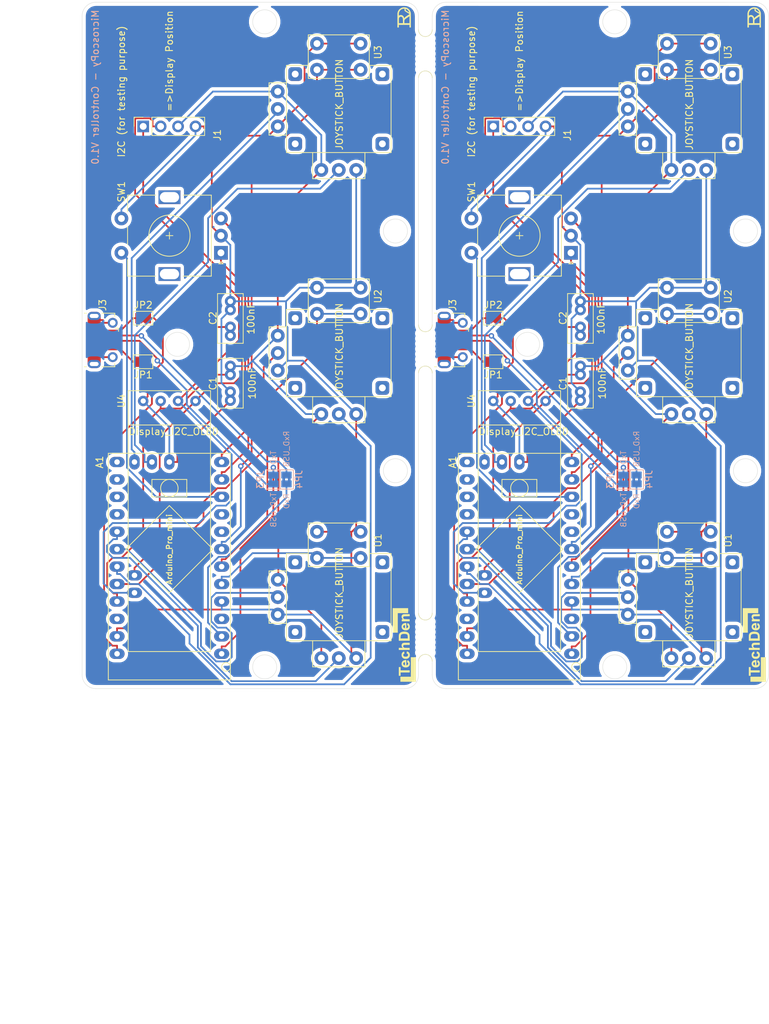
<source format=kicad_pcb>
(kicad_pcb (version 20171130) (host pcbnew "(5.1.5)-3")
  (title_block (title "MicroscoPy - Controller") (date 2020-08-23) (rev V1.0) (company TechDen) (comment 1 "Designed by Roland"))
  (layers (0 F.Cu signal) (31 B.Cu signal) (34 B.Paste user) (35 F.Paste user) (36 B.SilkS user) (37 F.SilkS user) (38 B.Mask user) (39 F.Mask user) (44 Edge.Cuts user))
  (net 0 "")
  (module Lib-Footprint:Arduino_pro_mini_v2 (layer F.Cu) (at 167.59 104.71 180)
    (fp_text reference A1 (at 18.619 -1.288 270) (layer F.SilkS) (effects (font (thickness 0.16))))
    (fp_text value Arduino_Pro_mini (at 8.89 -13.988 270) (layer F.SilkS) (effects (font (size 0.8 0.8) (thickness 0.16))))
    (pad 35 thru_hole oval (at 8.89 -1.27 90) (size 2.19964 1.50114) (drill 0.8001) (layers *.Cu *.Mask))
    (pad 34 thru_hole oval (at 11.43 -1.27 90) (size 2.19964 1.50114) (drill 0.8001) (layers *.Cu *.Mask))
    (pad 33 thru_hole oval (at 13.97 -1.27 90) (size 2.19964 1.50114) (drill 0.8001) (layers *.Cu *.Mask))
    (pad 31 thru_hole oval (at 13.97 -20.32 90) (size 1.50114 2.19964) (drill 0.8001) (layers *.Cu *.Mask))
    (pad 32 thru_hole oval (at 13.97 -17.78 90) (size 1.50114 2.19964) (drill 0.8001) (layers *.Cu *.Mask))
    (pad 24 thru_hole oval (at 16.51 -29.21 90) (size 1.50114 2.19964) (drill 0.8001) (layers *.Cu *.Mask))
    (pad 23 thru_hole oval (at 16.51 -26.67 90) (size 1.50114 2.19964) (drill 0.8001) (layers *.Cu *.Mask))
    (pad 22 thru_hole oval (at 16.51 -24.13 90) (size 1.50114 2.19964) (drill 0.8001) (layers *.Cu *.Mask))
    (pad 21 thru_hole oval (at 16.51 -21.59 90) (size 1.50114 2.19964) (drill 0.8001) (layers *.Cu *.Mask))
    (pad 20 thru_hole oval (at 16.51 -19.05 90) (size 1.50114 2.19964) (drill 0.8001) (layers *.Cu *.Mask))
    (pad 19 thru_hole oval (at 16.51 -16.51 90) (size 1.50114 2.19964) (drill 0.8001) (layers *.Cu *.Mask))
    (pad 18 thru_hole oval (at 16.51 -13.97 90) (size 1.50114 2.19964) (drill 0.8001) (layers *.Cu *.Mask))
    (pad 17 thru_hole oval (at 16.51 -11.43 90) (size 1.50114 2.19964) (drill 0.8001) (layers *.Cu *.Mask))
    (pad 16 thru_hole oval (at 16.51 -8.89 90) (size 1.50114 2.19964) (drill 0.8001) (layers *.Cu *.Mask))
    (pad 15 thru_hole oval (at 16.51 -6.35 90) (size 1.50114 2.19964) (drill 0.8001) (layers *.Cu *.Mask))
    (pad 14 thru_hole oval (at 16.51 -3.81 90) (size 1.50114 2.19964) (drill 0.8001) (layers *.Cu *.Mask))
    (pad 13 thru_hole oval (at 16.51 -1.27 90) (size 1.50114 2.19964) (drill 0.8001) (layers *.Cu *.Mask))
    (pad 12 thru_hole oval (at 1.27 -1.27 90) (size 1.50114 2.19964) (drill 0.8001) (layers *.Cu *.Mask))
    (pad 11 thru_hole oval (at 1.27 -3.81 90) (size 1.50114 2.19964) (drill 0.8001) (layers *.Cu *.Mask))
    (pad 10 thru_hole oval (at 1.27 -6.35 90) (size 1.50114 2.19964) (drill 0.8001) (layers *.Cu *.Mask))
    (pad 9 thru_hole oval (at 1.27 -8.89 90) (size 1.50114 2.19964) (drill 0.8001) (layers *.Cu *.Mask))
    (pad 8 thru_hole oval (at 1.27 -11.43 90) (size 1.50114 2.19964) (drill 0.8001) (layers *.Cu *.Mask))
    (pad 7 thru_hole oval (at 1.27 -13.97 90) (size 1.50114 2.19964) (drill 0.8001) (layers *.Cu *.Mask))
    (pad 6 thru_hole oval (at 1.27 -16.51 90) (size 1.50114 2.19964) (drill 0.8001) (layers *.Cu *.Mask))
    (pad 5 thru_hole oval (at 1.27 -19.05 90) (size 1.50114 2.19964) (drill 0.8001) (layers *.Cu *.Mask))
    (pad 4 thru_hole oval (at 1.27 -21.59 90) (size 1.50114 2.19964) (drill 0.8001) (layers *.Cu *.Mask))
    (pad 3 thru_hole oval (at 1.27 -24.13 90) (size 1.50114 2.19964) (drill 0.8001) (layers *.Cu *.Mask))
    (pad 2 thru_hole oval (at 1.27 -26.67 90) (size 1.50114 2.19964) (drill 0.8001) (layers *.Cu *.Mask))
    (pad 1 thru_hole oval (at 1.27 -29.21 90) (size 1.50114 2.19964) (drill 0.8001) (layers *.Cu *.Mask))
  )
  (module Lib-Footprint:Arduino_pro_mini_v2 (layer F.Cu) (at 116.59 104.71 180)
    (fp_text reference A1 (at 19.054 -1.288 270) (layer F.SilkS) (effects (font (thickness 0.16))))
    (fp_text value Arduino_Pro_mini (at 8.89 -13.988 270) (layer F.SilkS) (effects (font (size 0.8 0.8) (thickness 0.16))))
    (pad 35 thru_hole oval (at 8.89 -1.27 90) (size 2.19964 1.50114) (drill 0.8001) (layers *.Cu *.Mask))
    (pad 34 thru_hole oval (at 11.43 -1.27 90) (size 2.19964 1.50114) (drill 0.8001) (layers *.Cu *.Mask))
    (pad 33 thru_hole oval (at 13.97 -1.27 90) (size 2.19964 1.50114) (drill 0.8001) (layers *.Cu *.Mask))
    (pad 31 thru_hole oval (at 13.97 -20.32 90) (size 1.50114 2.19964) (drill 0.8001) (layers *.Cu *.Mask))
    (pad 32 thru_hole oval (at 13.97 -17.78 90) (size 1.50114 2.19964) (drill 0.8001) (layers *.Cu *.Mask))
    (pad 24 thru_hole oval (at 16.51 -29.21 90) (size 1.50114 2.19964) (drill 0.8001) (layers *.Cu *.Mask))
    (pad 23 thru_hole oval (at 16.51 -26.67 90) (size 1.50114 2.19964) (drill 0.8001) (layers *.Cu *.Mask))
    (pad 22 thru_hole oval (at 16.51 -24.13 90) (size 1.50114 2.19964) (drill 0.8001) (layers *.Cu *.Mask))
    (pad 21 thru_hole oval (at 16.51 -21.59 90) (size 1.50114 2.19964) (drill 0.8001) (layers *.Cu *.Mask))
    (pad 20 thru_hole oval (at 16.51 -19.05 90) (size 1.50114 2.19964) (drill 0.8001) (layers *.Cu *.Mask))
    (pad 19 thru_hole oval (at 16.51 -16.51 90) (size 1.50114 2.19964) (drill 0.8001) (layers *.Cu *.Mask))
    (pad 18 thru_hole oval (at 16.51 -13.97 90) (size 1.50114 2.19964) (drill 0.8001) (layers *.Cu *.Mask))
    (pad 17 thru_hole oval (at 16.51 -11.43 90) (size 1.50114 2.19964) (drill 0.8001) (layers *.Cu *.Mask))
    (pad 16 thru_hole oval (at 16.51 -8.89 90) (size 1.50114 2.19964) (drill 0.8001) (layers *.Cu *.Mask))
    (pad 15 thru_hole oval (at 16.51 -6.35 90) (size 1.50114 2.19964) (drill 0.8001) (layers *.Cu *.Mask))
    (pad 14 thru_hole oval (at 16.51 -3.81 90) (size 1.50114 2.19964) (drill 0.8001) (layers *.Cu *.Mask))
    (pad 13 thru_hole oval (at 16.51 -1.27 90) (size 1.50114 2.19964) (drill 0.8001) (layers *.Cu *.Mask))
    (pad 12 thru_hole oval (at 1.27 -1.27 90) (size 1.50114 2.19964) (drill 0.8001) (layers *.Cu *.Mask))
    (pad 11 thru_hole oval (at 1.27 -3.81 90) (size 1.50114 2.19964) (drill 0.8001) (layers *.Cu *.Mask))
    (pad 10 thru_hole oval (at 1.27 -6.35 90) (size 1.50114 2.19964) (drill 0.8001) (layers *.Cu *.Mask))
    (pad 9 thru_hole oval (at 1.27 -8.89 90) (size 1.50114 2.19964) (drill 0.8001) (layers *.Cu *.Mask))
    (pad 8 thru_hole oval (at 1.27 -11.43 90) (size 1.50114 2.19964) (drill 0.8001) (layers *.Cu *.Mask))
    (pad 7 thru_hole oval (at 1.27 -13.97 90) (size 1.50114 2.19964) (drill 0.8001) (layers *.Cu *.Mask))
    (pad 6 thru_hole oval (at 1.27 -16.51 90) (size 1.50114 2.19964) (drill 0.8001) (layers *.Cu *.Mask))
    (pad 5 thru_hole oval (at 1.27 -19.05 90) (size 1.50114 2.19964) (drill 0.8001) (layers *.Cu *.Mask))
    (pad 4 thru_hole oval (at 1.27 -21.59 90) (size 1.50114 2.19964) (drill 0.8001) (layers *.Cu *.Mask))
    (pad 3 thru_hole oval (at 1.27 -24.13 90) (size 1.50114 2.19964) (drill 0.8001) (layers *.Cu *.Mask))
    (pad 2 thru_hole oval (at 1.27 -26.67 90) (size 1.50114 2.19964) (drill 0.8001) (layers *.Cu *.Mask))
    (pad 1 thru_hole oval (at 1.27 -29.21 90) (size 1.50114 2.19964) (drill 0.8001) (layers *.Cu *.Mask))
  )
  (module Panelizing:mouse-bite-2mm-slot-P7 (layer F.Cu) (at 145 91 90)
    (fp_text reference mouse-bite-2mm-slot-P7 hide)
    (fp_text value VAL** hide)
    (pad "" np_thru_hole circle (at 3.75 0.75 90) (size 0.5 0.5) (drill 0.5) (layers *.Cu *.Mask))
    (pad "" np_thru_hole circle (at 3.75 -0.75 90) (size 0.5 0.5) (drill 0.5) (layers *.Cu *.Mask))
    (pad "" np_thru_hole circle (at 2.25 -0.75 90) (size 0.5 0.5) (drill 0.5) (layers *.Cu *.Mask))
    (pad "" np_thru_hole circle (at 1.5 -0.75 90) (size 0.5 0.5) (drill 0.5) (layers *.Cu *.Mask))
    (pad "" np_thru_hole circle (at 3 -0.75 90) (size 0.5 0.5) (drill 0.5) (layers *.Cu *.Mask))
    (pad "" np_thru_hole circle (at 1.5 0.75 90) (size 0.5 0.5) (drill 0.5) (layers *.Cu *.Mask))
    (pad "" np_thru_hole circle (at 2.25 0.75 90) (size 0.5 0.5) (drill 0.5) (layers *.Cu *.Mask))
    (pad "" np_thru_hole circle (at 3 0.75 90) (size 0.5 0.5) (drill 0.5) (layers *.Cu *.Mask))
    (pad "" np_thru_hole circle (at 0.75 0.75 90) (size 0.5 0.5) (drill 0.5) (layers *.Cu *.Mask))
    (pad "" np_thru_hole circle (at -0.75 0.75 90) (size 0.5 0.5) (drill 0.5) (layers *.Cu *.Mask))
    (pad "" np_thru_hole circle (at -0.75 -0.75 90) (size 0.5 0.5) (drill 0.5) (layers *.Cu *.Mask))
    (pad "" np_thru_hole circle (at 0.75 -0.75 90) (size 0.5 0.5) (drill 0.5) (layers *.Cu *.Mask))
    (pad "" np_thru_hole circle (at 0 0.75 90) (size 0.5 0.5) (drill 0.5) (layers *.Cu *.Mask))
    (pad "" np_thru_hole circle (at 0 -0.75 90) (size 0.5 0.5) (drill 0.5) (layers *.Cu *.Mask))
  )
  (module Rotary_Encoder:RotaryEncoder_Alps_EC11E-Switch_Vertical_H20mm (layer F.Cu) (at 166.215 75.5 180)
    (fp_text reference SW1 (at 14.5 8.89 90) (layer F.SilkS))
    (fp_text value Rotary_Encoder_Switch)
    (pad S1 thru_hole circle (at 14.5 5 180) (size 2 2) (drill 1) (layers *.Cu *.Mask))
    (pad S2 thru_hole circle (at 14.5 0 180) (size 2 2) (drill 1) (layers *.Cu *.Mask))
    (pad MP thru_hole rect (at 7.5 8.1 180) (size 3.2 2) (drill oval 2.8 1.5) (layers *.Cu *.Mask))
    (pad MP thru_hole rect (at 7.5 -3.1 180) (size 3.2 2) (drill oval 2.8 1.5) (layers *.Cu *.Mask))
    (pad B thru_hole circle (at 0 5 180) (size 2 2) (drill 1) (layers *.Cu *.Mask))
    (pad C thru_hole circle (at 0 2.5 180) (size 2 2) (drill 1) (layers *.Cu *.Mask))
    (pad A thru_hole rect (at 0 0 180) (size 2 2) (drill 1) (layers *.Cu *.Mask))
  )
  (module "tinkerforge:Joystick_Button(aliexpress)" (layer F.Cu) (at 183.385 125.665 90)
    (fp_text reference U1 (at 8.255 5.715 270) (layer F.SilkS))
    (fp_text value JOYSTICK_BUTTON (at 0.635 0.08 270) (layer F.SilkS))
    (pad SWb thru_hole circle (at 9.525 -3.175 180) (size 1.99898 1.99898) (drill 1.00076) (layers *.Cu *.Mask))
    (pad SWb thru_hole circle (at 9.525 3.175 180) (size 1.99898 1.99898) (drill 1.00076) (layers *.Cu *.Mask))
    (pad SWa thru_hole circle (at 5.715 -3.175 180) (size 1.99898 1.99898) (drill 1.00076) (layers *.Cu *.Mask))
    (pad SWa thru_hole circle (at 5.715 3.175 180) (size 1.99898 1.99898) (drill 1.00076) (layers *.Cu *.Mask))
    (pad Y3 thru_hole circle (at -8.89 2.54 180) (size 1.99898 1.99898) (drill 1.00076) (layers *.Cu *.Mask))
    (pad Y1 thru_hole circle (at -8.89 -2.54 180) (size 1.99898 1.99898) (drill 1.00076) (layers *.Cu *.Mask))
    (pad Y2 thru_hole circle (at -8.89 0 180) (size 1.99898 1.99898) (drill 1.00076) (layers *.Cu *.Mask))
    (pad X3 thru_hole circle (at -2.54 -8.89 180) (size 1.99898 1.99898) (drill 1.00076) (layers *.Cu *.Mask))
    (pad X2 thru_hole circle (at 0 -8.89 180) (size 1.99898 1.99898) (drill 1.00076) (layers *.Cu *.Mask))
    (pad X1 thru_hole circle (at 2.54 -8.89 180) (size 1.99898 1.99898) (drill 1.00076) (layers *.Cu *.Mask))
    (pad "" thru_hole roundrect (at -5.08 -6.35 90) (size 2 2) (drill 1) (layers *.Cu *.Mask))
    (pad "" thru_hole roundrect (at 5.08 -6.35 90) (size 2 2) (drill 1) (layers *.Cu *.Mask))
    (pad "" thru_hole roundrect (at -5.08 6.35 90) (size 2 2) (drill 1) (layers *.Cu *.Mask))
    (pad "" thru_hole roundrect (at 5.08 6.35 90) (size 2 2) (drill 1) (layers *.Cu *.Mask))
  )
  (module Lib-Footprint:SSD1306_OLED-0.91-128x32 (layer F.Cu) (at 158.7 97.09 270)
    (fp_text reference U4 (at 0 6.985 90) (layer F.SilkS))
    (fp_text value Display_I2C_OLED (at 4.445 -0.635) (layer F.SilkS))
    (pad 1 thru_hole circle (at 0 -3.81 270) (size 1.524 1.524) (drill 0.762) (layers *.Cu *.Mask))
    (pad 2 thru_hole circle (at 0 -1.27 270) (size 1.524 1.524) (drill 0.762) (layers *.Cu *.Mask))
    (pad 3 thru_hole circle (at 0 1.27 270) (size 1.524 1.524) (drill 0.762) (layers *.Cu *.Mask))
    (pad 4 thru_hole circle (at 0 3.81 270) (size 1.524 1.524) (drill 0.762) (layers *.Cu *.Mask))
  )
  (module Jumper:SolderJumper-2_P1.3mm_Bridged2Bar_Pad1.0x1.5mm (layer F.Cu) (at 154.89 85.025)
    (fp_text reference JP2 (at 0 -1.905) (layer F.SilkS))
    (fp_text value SolderJumper_2_Bridged)
    (fp_poly (pts (xy -0.25 -0.6) (xy 0.25 -0.6) (xy 0.25 -0.2) (xy -0.25 -0.2)) (layer F.Cu) (width 0))
    (fp_poly (pts (xy -0.25 0.2) (xy 0.25 0.2) (xy 0.25 0.6) (xy -0.25 0.6)) (layer F.Cu) (width 0))
    (pad 2 smd rect (at 0.65 0) (size 1 1.5) (layers F.Cu F.Mask))
    (pad 1 smd rect (at -0.65 0) (size 1 1.5) (layers F.Cu F.Mask))
  )
  (module "tinkerforge:Joystick_Button(aliexpress)" (layer F.Cu) (at 183.385 90.105 90)
    (fp_text reference U2 (at 8.255 5.715 270) (layer F.SilkS))
    (fp_text value JOYSTICK_BUTTON (at 0.635 0.08 270) (layer F.SilkS))
    (pad SWb thru_hole circle (at 9.525 -3.175 180) (size 1.99898 1.99898) (drill 1.00076) (layers *.Cu *.Mask))
    (pad SWb thru_hole circle (at 9.525 3.175 180) (size 1.99898 1.99898) (drill 1.00076) (layers *.Cu *.Mask))
    (pad SWa thru_hole circle (at 5.715 -3.175 180) (size 1.99898 1.99898) (drill 1.00076) (layers *.Cu *.Mask))
    (pad SWa thru_hole circle (at 5.715 3.175 180) (size 1.99898 1.99898) (drill 1.00076) (layers *.Cu *.Mask))
    (pad Y3 thru_hole circle (at -8.89 2.54 180) (size 1.99898 1.99898) (drill 1.00076) (layers *.Cu *.Mask))
    (pad Y1 thru_hole circle (at -8.89 -2.54 180) (size 1.99898 1.99898) (drill 1.00076) (layers *.Cu *.Mask))
    (pad Y2 thru_hole circle (at -8.89 0 180) (size 1.99898 1.99898) (drill 1.00076) (layers *.Cu *.Mask))
    (pad X3 thru_hole circle (at -2.54 -8.89 180) (size 1.99898 1.99898) (drill 1.00076) (layers *.Cu *.Mask))
    (pad X2 thru_hole circle (at 0 -8.89 180) (size 1.99898 1.99898) (drill 1.00076) (layers *.Cu *.Mask))
    (pad X1 thru_hole circle (at 2.54 -8.89 180) (size 1.99898 1.99898) (drill 1.00076) (layers *.Cu *.Mask))
    (pad "" thru_hole roundrect (at -5.08 -6.35 90) (size 2 2) (drill 1) (layers *.Cu *.Mask))
    (pad "" thru_hole roundrect (at 5.08 -6.35 90) (size 2 2) (drill 1) (layers *.Cu *.Mask))
    (pad "" thru_hole roundrect (at -5.08 6.35 90) (size 2 2) (drill 1) (layers *.Cu *.Mask))
    (pad "" thru_hole roundrect (at 5.08 6.35 90) (size 2 2) (drill 1) (layers *.Cu *.Mask))
  )
  (module Jumper:SolderJumper-2_P1.3mm_Bridged2Bar_Pad1.0x1.5mm (layer B.Cu) (at 175.765 108.52 90)
    (fp_text reference JP4 (at 0 1.8 90) (layer B.SilkS) (effects (justify mirror)))
    (fp_text value SolderJumper_2_Bridged)
    (fp_poly (pts (xy -0.25 -0.2) (xy 0.25 -0.2) (xy 0.25 -0.6) (xy -0.25 -0.6)) (layer B.Cu) (width 0))
    (fp_poly (pts (xy -0.25 0.6) (xy 0.25 0.6) (xy 0.25 0.2) (xy -0.25 0.2)) (layer B.Cu) (width 0))
    (pad 1 smd rect (at -0.65 0 90) (size 1 1.5) (layers B.Cu B.Mask))
    (pad 2 smd rect (at 0.65 0 90) (size 1 1.5) (layers B.Cu B.Mask))
  )
  (module Jumper:SolderJumper-2_P1.3mm_Bridged2Bar_Pad1.0x1.5mm (layer B.Cu) (at 173.86 108.535 90)
    (fp_text reference JP3 (at 0 -1.905 90) (layer B.SilkS) (effects (justify mirror)))
    (fp_text value SolderJumper_2_Bridged)
    (fp_poly (pts (xy -0.25 0.6) (xy 0.25 0.6) (xy 0.25 0.2) (xy -0.25 0.2)) (layer B.Cu) (width 0))
    (fp_poly (pts (xy -0.25 -0.2) (xy 0.25 -0.2) (xy 0.25 -0.6) (xy -0.25 -0.6)) (layer B.Cu) (width 0))
    (pad 2 smd rect (at 0.65 0 90) (size 1 1.5) (layers B.Cu B.Mask))
    (pad 1 smd rect (at -0.65 0 90) (size 1 1.5) (layers B.Cu B.Mask))
  )
  (module "tinkerforge:Joystick_Button(aliexpress)" (layer F.Cu) (at 183.385 54.545 90)
    (fp_text reference U3 (at 8.255 5.715 270) (layer F.SilkS))
    (fp_text value JOYSTICK_BUTTON (at 0.635 0.08 270) (layer F.SilkS))
    (pad SWb thru_hole circle (at 9.525 -3.175 180) (size 1.99898 1.99898) (drill 1.00076) (layers *.Cu *.Mask))
    (pad SWb thru_hole circle (at 9.525 3.175 180) (size 1.99898 1.99898) (drill 1.00076) (layers *.Cu *.Mask))
    (pad SWa thru_hole circle (at 5.715 -3.175 180) (size 1.99898 1.99898) (drill 1.00076) (layers *.Cu *.Mask))
    (pad SWa thru_hole circle (at 5.715 3.175 180) (size 1.99898 1.99898) (drill 1.00076) (layers *.Cu *.Mask))
    (pad Y3 thru_hole circle (at -8.89 2.54 180) (size 1.99898 1.99898) (drill 1.00076) (layers *.Cu *.Mask))
    (pad Y1 thru_hole circle (at -8.89 -2.54 180) (size 1.99898 1.99898) (drill 1.00076) (layers *.Cu *.Mask))
    (pad Y2 thru_hole circle (at -8.89 0 180) (size 1.99898 1.99898) (drill 1.00076) (layers *.Cu *.Mask))
    (pad X3 thru_hole circle (at -2.54 -8.89 180) (size 1.99898 1.99898) (drill 1.00076) (layers *.Cu *.Mask))
    (pad X2 thru_hole circle (at 0 -8.89 180) (size 1.99898 1.99898) (drill 1.00076) (layers *.Cu *.Mask))
    (pad X1 thru_hole circle (at 2.54 -8.89 180) (size 1.99898 1.99898) (drill 1.00076) (layers *.Cu *.Mask))
    (pad "" thru_hole roundrect (at -5.08 -6.35 90) (size 2 2) (drill 1) (layers *.Cu *.Mask))
    (pad "" thru_hole roundrect (at 5.08 -6.35 90) (size 2 2) (drill 1) (layers *.Cu *.Mask))
    (pad "" thru_hole roundrect (at -5.08 6.35 90) (size 2 2) (drill 1) (layers *.Cu *.Mask))
    (pad "" thru_hole roundrect (at 5.08 6.35 90) (size 2 2) (drill 1) (layers *.Cu *.Mask))
  )
  (module Capacitor_THT:C_Rect_L7.0mm_W3.5mm_P2.50mm_P5.00mm (layer F.Cu) (at 167.59 92.01 270)
    (fp_text reference C1 (at 2.54 2.54 90) (layer F.SilkS))
    (fp_text value 100nF (at 2.5 -3.175 90) (layer F.SilkS))
    (pad 1 thru_hole circle (at 1.25 0 270) (size 1.6 1.6) (drill 0.8) (layers *.Cu *.Mask))
    (pad 2 thru_hole circle (at 3.75 0 270) (size 1.6 1.6) (drill 0.8) (layers *.Cu *.Mask))
    (pad 1 thru_hole circle (at 0 0 270) (size 1.6 1.6) (drill 0.8) (layers *.Cu *.Mask))
    (pad 2 thru_hole circle (at 5 0 270) (size 1.6 1.6) (drill 0.8) (layers *.Cu *.Mask))
  )
  (module "Logo:RvD Logo inverted small" (layer F.Cu) (at 192.91 41.21 90)
    (fp_text reference L2 hide)
    (fp_text value Logo-RvD hide)
  )
  (module "Logo:TechDen Logo - inverted" (layer F.Cu) (at 192.91 132.65 90)
    (fp_text reference L1 hide)
    (fp_text value Logo-TechDen hide)
  )
  (module Jumper:SolderJumper-2_P1.3mm_Bridged2Bar_Pad1.0x1.5mm (layer F.Cu) (at 154.89 91.375)
    (fp_text reference JP1 (at 0 1.905) (layer F.SilkS))
    (fp_text value SolderJumper_2_Bridged)
    (fp_poly (pts (xy -0.25 0.2) (xy 0.25 0.2) (xy 0.25 0.6) (xy -0.25 0.6)) (layer F.Cu) (width 0))
    (fp_poly (pts (xy -0.25 -0.6) (xy 0.25 -0.6) (xy 0.25 -0.2) (xy -0.25 -0.2)) (layer F.Cu) (width 0))
    (pad 1 smd rect (at -0.65 0) (size 1 1.5) (layers F.Cu F.Mask))
    (pad 2 smd rect (at 0.65 0) (size 1 1.5) (layers F.Cu F.Mask))
  )
  (module Capacitor_THT:C_Rect_L7.0mm_W3.5mm_P2.50mm_P5.00mm (layer F.Cu) (at 167.59 87.565 90)
    (fp_text reference C2 (at 2.54 -2.54 90) (layer F.SilkS))
    (fp_text value 100nF (at 2.5 3 90) (layer F.SilkS))
    (pad 1 thru_hole circle (at 1.25 0 90) (size 1.6 1.6) (drill 0.8) (layers *.Cu *.Mask))
    (pad 2 thru_hole circle (at 3.75 0 90) (size 1.6 1.6) (drill 0.8) (layers *.Cu *.Mask))
    (pad 1 thru_hole circle (at 0 0 90) (size 1.6 1.6) (drill 0.8) (layers *.Cu *.Mask))
    (pad 2 thru_hole circle (at 5 0 90) (size 1.6 1.6) (drill 0.8) (layers *.Cu *.Mask))
  )
  (module Connector_USB:USB_Micro-B_Molex-105017-0001 (layer F.Cu) (at 148.9825 88.2 270)
    (fp_text reference J3 (at -5.08 0 90) (layer F.SilkS))
    (fp_text value "Power in")
    (pad 6 smd rect (at 1 1.2375 270) (size 1.5 1.9) (layers F.Cu F.Paste F.Mask))
    (pad 6 thru_hole circle (at -2.5 -1.4625 270) (size 1.45 1.45) (drill 0.85) (layers *.Cu *.Mask))
    (pad 2 smd rect (at -0.65 -1.4625 270) (size 0.4 1.35) (layers F.Cu F.Paste F.Mask))
    (pad 1 smd rect (at -1.3 -1.4625 270) (size 0.4 1.35) (layers F.Cu F.Paste F.Mask))
    (pad 5 smd rect (at 1.3 -1.4625 270) (size 0.4 1.35) (layers F.Cu F.Paste F.Mask))
    (pad 4 smd rect (at 0.65 -1.4625 270) (size 0.4 1.35) (layers F.Cu F.Paste F.Mask))
    (pad 3 smd rect (at 0 -1.4625 270) (size 0.4 1.35) (layers F.Cu F.Paste F.Mask))
    (pad 6 thru_hole circle (at 2.5 -1.4625 270) (size 1.45 1.45) (drill 0.85) (layers *.Cu *.Mask))
    (pad 6 smd rect (at -1 1.2375 270) (size 1.5 1.9) (layers F.Cu F.Paste F.Mask))
    (pad 6 thru_hole oval (at -3.5 1.2375 90) (size 1.2 1.9) (drill oval 0.6 1.3) (layers *.Cu *.Mask))
    (pad 6 thru_hole oval (at 3.5 1.2375 270) (size 1.2 1.9) (drill oval 0.6 1.3) (layers *.Cu *.Mask))
    (pad 6 smd rect (at 2.9 1.2375 270) (size 1.2 1.9) (layers F.Cu F.Mask))
    (pad 6 smd rect (at -2.9 1.2375 270) (size 1.2 1.9) (layers F.Cu F.Mask))
  )
  (module Connector_PinSocket_2.54mm:PinSocket_1x04_P2.54mm_Vertical (layer F.Cu) (at 154.89 57.085 90)
    (fp_text reference J1 (at -1.27 10.795 90) (layer F.SilkS))
    (fp_text value "I2C (for testing purpose)" (at 5.08 -3.175 90) (layer F.SilkS))
    (fp_text user "=>Display Position" (at 9.525 3.81 270) (layer F.SilkS))
    (pad 1 thru_hole rect (at 0 0 90) (size 1.7 1.7) (drill 1) (layers *.Cu *.Mask))
    (pad 2 thru_hole oval (at 0 2.54 90) (size 1.7 1.7) (drill 1) (layers *.Cu *.Mask))
    (pad 3 thru_hole oval (at 0 5.08 90) (size 1.7 1.7) (drill 1) (layers *.Cu *.Mask))
    (pad 4 thru_hole oval (at 0 7.62 90) (size 1.7 1.7) (drill 1) (layers *.Cu *.Mask))
  )
  (module Jumper:SolderJumper-2_P1.3mm_Bridged2Bar_Pad1.0x1.5mm (layer F.Cu) (at 103.89 85.025)
    (fp_text reference JP2 (at 0 -1.905) (layer F.SilkS))
    (fp_text value SolderJumper_2_Bridged)
    (fp_poly (pts (xy -0.25 0.2) (xy 0.25 0.2) (xy 0.25 0.6) (xy -0.25 0.6)) (layer F.Cu) (width 0))
    (fp_poly (pts (xy -0.25 -0.6) (xy 0.25 -0.6) (xy 0.25 -0.2) (xy -0.25 -0.2)) (layer F.Cu) (width 0))
    (pad 1 smd rect (at -0.65 0) (size 1 1.5) (layers F.Cu F.Mask))
    (pad 2 smd rect (at 0.65 0) (size 1 1.5) (layers F.Cu F.Mask))
  )
  (module "tinkerforge:Joystick_Button(aliexpress)" (layer F.Cu) (at 132.385 125.665 90)
    (fp_text reference U1 (at 8.255 5.715 270) (layer F.SilkS))
    (fp_text value JOYSTICK_BUTTON (at 0.635 0.08 270) (layer F.SilkS))
    (pad "" thru_hole roundrect (at 5.08 6.35 90) (size 2 2) (drill 1) (layers *.Cu *.Mask))
    (pad "" thru_hole roundrect (at -5.08 6.35 90) (size 2 2) (drill 1) (layers *.Cu *.Mask))
    (pad "" thru_hole roundrect (at 5.08 -6.35 90) (size 2 2) (drill 1) (layers *.Cu *.Mask))
    (pad "" thru_hole roundrect (at -5.08 -6.35 90) (size 2 2) (drill 1) (layers *.Cu *.Mask))
    (pad X1 thru_hole circle (at 2.54 -8.89 180) (size 1.99898 1.99898) (drill 1.00076) (layers *.Cu *.Mask))
    (pad X2 thru_hole circle (at 0 -8.89 180) (size 1.99898 1.99898) (drill 1.00076) (layers *.Cu *.Mask))
    (pad X3 thru_hole circle (at -2.54 -8.89 180) (size 1.99898 1.99898) (drill 1.00076) (layers *.Cu *.Mask))
    (pad Y2 thru_hole circle (at -8.89 0 180) (size 1.99898 1.99898) (drill 1.00076) (layers *.Cu *.Mask))
    (pad Y1 thru_hole circle (at -8.89 -2.54 180) (size 1.99898 1.99898) (drill 1.00076) (layers *.Cu *.Mask))
    (pad Y3 thru_hole circle (at -8.89 2.54 180) (size 1.99898 1.99898) (drill 1.00076) (layers *.Cu *.Mask))
    (pad SWa thru_hole circle (at 5.715 3.175 180) (size 1.99898 1.99898) (drill 1.00076) (layers *.Cu *.Mask))
    (pad SWa thru_hole circle (at 5.715 -3.175 180) (size 1.99898 1.99898) (drill 1.00076) (layers *.Cu *.Mask))
    (pad SWb thru_hole circle (at 9.525 3.175 180) (size 1.99898 1.99898) (drill 1.00076) (layers *.Cu *.Mask))
    (pad SWb thru_hole circle (at 9.525 -3.175 180) (size 1.99898 1.99898) (drill 1.00076) (layers *.Cu *.Mask))
  )
  (module Jumper:SolderJumper-2_P1.3mm_Bridged2Bar_Pad1.0x1.5mm (layer B.Cu) (at 124.765 108.52 90)
    (fp_text reference JP4 (at 0 1.8 90) (layer B.SilkS) (effects (justify mirror)))
    (fp_text value SolderJumper_2_Bridged)
    (fp_poly (pts (xy -0.25 0.6) (xy 0.25 0.6) (xy 0.25 0.2) (xy -0.25 0.2)) (layer B.Cu) (width 0))
    (fp_poly (pts (xy -0.25 -0.2) (xy 0.25 -0.2) (xy 0.25 -0.6) (xy -0.25 -0.6)) (layer B.Cu) (width 0))
    (pad 2 smd rect (at 0.65 0 90) (size 1 1.5) (layers B.Cu B.Mask))
    (pad 1 smd rect (at -0.65 0 90) (size 1 1.5) (layers B.Cu B.Mask))
  )
  (module "tinkerforge:Joystick_Button(aliexpress)" (layer F.Cu) (at 132.385 54.545 90)
    (fp_text reference U3 (at 8.255 5.715 270) (layer F.SilkS))
    (fp_text value JOYSTICK_BUTTON (at 0.635 0.08 270) (layer F.SilkS))
    (pad "" thru_hole roundrect (at 5.08 6.35 90) (size 2 2) (drill 1) (layers *.Cu *.Mask))
    (pad "" thru_hole roundrect (at -5.08 6.35 90) (size 2 2) (drill 1) (layers *.Cu *.Mask))
    (pad "" thru_hole roundrect (at 5.08 -6.35 90) (size 2 2) (drill 1) (layers *.Cu *.Mask))
    (pad "" thru_hole roundrect (at -5.08 -6.35 90) (size 2 2) (drill 1) (layers *.Cu *.Mask))
    (pad X1 thru_hole circle (at 2.54 -8.89 180) (size 1.99898 1.99898) (drill 1.00076) (layers *.Cu *.Mask))
    (pad X2 thru_hole circle (at 0 -8.89 180) (size 1.99898 1.99898) (drill 1.00076) (layers *.Cu *.Mask))
    (pad X3 thru_hole circle (at -2.54 -8.89 180) (size 1.99898 1.99898) (drill 1.00076) (layers *.Cu *.Mask))
    (pad Y2 thru_hole circle (at -8.89 0 180) (size 1.99898 1.99898) (drill 1.00076) (layers *.Cu *.Mask))
    (pad Y1 thru_hole circle (at -8.89 -2.54 180) (size 1.99898 1.99898) (drill 1.00076) (layers *.Cu *.Mask))
    (pad Y3 thru_hole circle (at -8.89 2.54 180) (size 1.99898 1.99898) (drill 1.00076) (layers *.Cu *.Mask))
    (pad SWa thru_hole circle (at 5.715 3.175 180) (size 1.99898 1.99898) (drill 1.00076) (layers *.Cu *.Mask))
    (pad SWa thru_hole circle (at 5.715 -3.175 180) (size 1.99898 1.99898) (drill 1.00076) (layers *.Cu *.Mask))
    (pad SWb thru_hole circle (at 9.525 3.175 180) (size 1.99898 1.99898) (drill 1.00076) (layers *.Cu *.Mask))
    (pad SWb thru_hole circle (at 9.525 -3.175 180) (size 1.99898 1.99898) (drill 1.00076) (layers *.Cu *.Mask))
  )
  (module Rotary_Encoder:RotaryEncoder_Alps_EC11E-Switch_Vertical_H20mm (layer F.Cu) (at 115.215 75.5 180)
    (fp_text reference SW1 (at 14.5 8.89 90) (layer F.SilkS))
    (fp_text value Rotary_Encoder_Switch)
    (pad A thru_hole rect (at 0 0 180) (size 2 2) (drill 1) (layers *.Cu *.Mask))
    (pad C thru_hole circle (at 0 2.5 180) (size 2 2) (drill 1) (layers *.Cu *.Mask))
    (pad B thru_hole circle (at 0 5 180) (size 2 2) (drill 1) (layers *.Cu *.Mask))
    (pad MP thru_hole rect (at 7.5 -3.1 180) (size 3.2 2) (drill oval 2.8 1.5) (layers *.Cu *.Mask))
    (pad MP thru_hole rect (at 7.5 8.1 180) (size 3.2 2) (drill oval 2.8 1.5) (layers *.Cu *.Mask))
    (pad S2 thru_hole circle (at 14.5 0 180) (size 2 2) (drill 1) (layers *.Cu *.Mask))
    (pad S1 thru_hole circle (at 14.5 5 180) (size 2 2) (drill 1) (layers *.Cu *.Mask))
  )
  (module Capacitor_THT:C_Rect_L7.0mm_W3.5mm_P2.50mm_P5.00mm (layer F.Cu) (at 116.59 92.01 270)
    (fp_text reference C1 (at 2.54 2.54 90) (layer F.SilkS))
    (fp_text value 100nF (at 2.5 -3.175 90) (layer F.SilkS))
    (pad 2 thru_hole circle (at 5 0 270) (size 1.6 1.6) (drill 0.8) (layers *.Cu *.Mask))
    (pad 1 thru_hole circle (at 0 0 270) (size 1.6 1.6) (drill 0.8) (layers *.Cu *.Mask))
    (pad 2 thru_hole circle (at 3.75 0 270) (size 1.6 1.6) (drill 0.8) (layers *.Cu *.Mask))
    (pad 1 thru_hole circle (at 1.25 0 270) (size 1.6 1.6) (drill 0.8) (layers *.Cu *.Mask))
  )
  (module "Logo:RvD Logo inverted small" (layer F.Cu) (at 141.91 41.21 90)
    (fp_text reference L2 hide)
    (fp_text value Logo-RvD hide)
  )
  (module Lib-Footprint:SSD1306_OLED-0.91-128x32 (layer F.Cu) (at 107.7 97.09 270)
    (fp_text reference U4 (at 0 6.985 90) (layer F.SilkS))
    (fp_text value Display_I2C_OLED (at 4.445 -0.635) (layer F.SilkS))
    (pad 4 thru_hole circle (at 0 3.81 270) (size 1.524 1.524) (drill 0.762) (layers *.Cu *.Mask))
    (pad 3 thru_hole circle (at 0 1.27 270) (size 1.524 1.524) (drill 0.762) (layers *.Cu *.Mask))
    (pad 2 thru_hole circle (at 0 -1.27 270) (size 1.524 1.524) (drill 0.762) (layers *.Cu *.Mask))
    (pad 1 thru_hole circle (at 0 -3.81 270) (size 1.524 1.524) (drill 0.762) (layers *.Cu *.Mask))
  )
  (module Jumper:SolderJumper-2_P1.3mm_Bridged2Bar_Pad1.0x1.5mm (layer B.Cu) (at 122.86 108.535 90)
    (fp_text reference JP3 (at 0 -1.905 90) (layer B.SilkS) (effects (justify mirror)))
    (fp_text value SolderJumper_2_Bridged)
    (fp_poly (pts (xy -0.25 -0.2) (xy 0.25 -0.2) (xy 0.25 -0.6) (xy -0.25 -0.6)) (layer B.Cu) (width 0))
    (fp_poly (pts (xy -0.25 0.6) (xy 0.25 0.6) (xy 0.25 0.2) (xy -0.25 0.2)) (layer B.Cu) (width 0))
    (pad 1 smd rect (at -0.65 0 90) (size 1 1.5) (layers B.Cu B.Mask))
    (pad 2 smd rect (at 0.65 0 90) (size 1 1.5) (layers B.Cu B.Mask))
  )
  (module "tinkerforge:Joystick_Button(aliexpress)" (layer F.Cu) (at 132.385 90.105 90)
    (fp_text reference U2 (at 8.255 5.715 270) (layer F.SilkS))
    (fp_text value JOYSTICK_BUTTON (at 0.635 0.08 270) (layer F.SilkS))
    (pad "" thru_hole roundrect (at 5.08 6.35 90) (size 2 2) (drill 1) (layers *.Cu *.Mask))
    (pad "" thru_hole roundrect (at -5.08 6.35 90) (size 2 2) (drill 1) (layers *.Cu *.Mask))
    (pad "" thru_hole roundrect (at 5.08 -6.35 90) (size 2 2) (drill 1) (layers *.Cu *.Mask))
    (pad "" thru_hole roundrect (at -5.08 -6.35 90) (size 2 2) (drill 1) (layers *.Cu *.Mask))
    (pad X1 thru_hole circle (at 2.54 -8.89 180) (size 1.99898 1.99898) (drill 1.00076) (layers *.Cu *.Mask))
    (pad X2 thru_hole circle (at 0 -8.89 180) (size 1.99898 1.99898) (drill 1.00076) (layers *.Cu *.Mask))
    (pad X3 thru_hole circle (at -2.54 -8.89 180) (size 1.99898 1.99898) (drill 1.00076) (layers *.Cu *.Mask))
    (pad Y2 thru_hole circle (at -8.89 0 180) (size 1.99898 1.99898) (drill 1.00076) (layers *.Cu *.Mask))
    (pad Y1 thru_hole circle (at -8.89 -2.54 180) (size 1.99898 1.99898) (drill 1.00076) (layers *.Cu *.Mask))
    (pad Y3 thru_hole circle (at -8.89 2.54 180) (size 1.99898 1.99898) (drill 1.00076) (layers *.Cu *.Mask))
    (pad SWa thru_hole circle (at 5.715 3.175 180) (size 1.99898 1.99898) (drill 1.00076) (layers *.Cu *.Mask))
    (pad SWa thru_hole circle (at 5.715 -3.175 180) (size 1.99898 1.99898) (drill 1.00076) (layers *.Cu *.Mask))
    (pad SWb thru_hole circle (at 9.525 3.175 180) (size 1.99898 1.99898) (drill 1.00076) (layers *.Cu *.Mask))
    (pad SWb thru_hole circle (at 9.525 -3.175 180) (size 1.99898 1.99898) (drill 1.00076) (layers *.Cu *.Mask))
  )
  (module Jumper:SolderJumper-2_P1.3mm_Bridged2Bar_Pad1.0x1.5mm (layer F.Cu) (at 103.89 91.375)
    (fp_text reference JP1 (at 0 1.905) (layer F.SilkS))
    (fp_text value SolderJumper_2_Bridged)
    (fp_poly (pts (xy -0.25 -0.6) (xy 0.25 -0.6) (xy 0.25 -0.2) (xy -0.25 -0.2)) (layer F.Cu) (width 0))
    (fp_poly (pts (xy -0.25 0.2) (xy 0.25 0.2) (xy 0.25 0.6) (xy -0.25 0.6)) (layer F.Cu) (width 0))
    (pad 2 smd rect (at 0.65 0) (size 1 1.5) (layers F.Cu F.Mask))
    (pad 1 smd rect (at -0.65 0) (size 1 1.5) (layers F.Cu F.Mask))
  )
  (module Connector_USB:USB_Micro-B_Molex-105017-0001 (layer F.Cu) (at 97.9825 88.2 270)
    (fp_text reference J3 (at -5.08 0 90) (layer F.SilkS))
    (fp_text value "Power in")
    (pad 6 smd rect (at -2.9 1.2375 270) (size 1.2 1.9) (layers F.Cu F.Mask))
    (pad 6 smd rect (at 2.9 1.2375 270) (size 1.2 1.9) (layers F.Cu F.Mask))
    (pad 6 thru_hole oval (at 3.5 1.2375 270) (size 1.2 1.9) (drill oval 0.6 1.3) (layers *.Cu *.Mask))
    (pad 6 thru_hole oval (at -3.5 1.2375 90) (size 1.2 1.9) (drill oval 0.6 1.3) (layers *.Cu *.Mask))
    (pad 6 smd rect (at -1 1.2375 270) (size 1.5 1.9) (layers F.Cu F.Paste F.Mask))
    (pad 6 thru_hole circle (at 2.5 -1.4625 270) (size 1.45 1.45) (drill 0.85) (layers *.Cu *.Mask))
    (pad 3 smd rect (at 0 -1.4625 270) (size 0.4 1.35) (layers F.Cu F.Paste F.Mask))
    (pad 4 smd rect (at 0.65 -1.4625 270) (size 0.4 1.35) (layers F.Cu F.Paste F.Mask))
    (pad 5 smd rect (at 1.3 -1.4625 270) (size 0.4 1.35) (layers F.Cu F.Paste F.Mask))
    (pad 1 smd rect (at -1.3 -1.4625 270) (size 0.4 1.35) (layers F.Cu F.Paste F.Mask))
    (pad 2 smd rect (at -0.65 -1.4625 270) (size 0.4 1.35) (layers F.Cu F.Paste F.Mask))
    (pad 6 thru_hole circle (at -2.5 -1.4625 270) (size 1.45 1.45) (drill 0.85) (layers *.Cu *.Mask))
    (pad 6 smd rect (at 1 1.2375 270) (size 1.5 1.9) (layers F.Cu F.Paste F.Mask))
  )
  (module Capacitor_THT:C_Rect_L7.0mm_W3.5mm_P2.50mm_P5.00mm (layer F.Cu) (at 116.59 87.565 90)
    (fp_text reference C2 (at 2.54 -2.54 90) (layer F.SilkS))
    (fp_text value 100nF (at 2.5 3 90) (layer F.SilkS))
    (pad 2 thru_hole circle (at 5 0 90) (size 1.6 1.6) (drill 0.8) (layers *.Cu *.Mask))
    (pad 1 thru_hole circle (at 0 0 90) (size 1.6 1.6) (drill 0.8) (layers *.Cu *.Mask))
    (pad 2 thru_hole circle (at 3.75 0 90) (size 1.6 1.6) (drill 0.8) (layers *.Cu *.Mask))
    (pad 1 thru_hole circle (at 1.25 0 90) (size 1.6 1.6) (drill 0.8) (layers *.Cu *.Mask))
  )
  (module "Logo:TechDen Logo - inverted" (layer F.Cu) (at 141.91 132.65 90)
    (fp_text reference L1 hide)
    (fp_text value Logo-TechDen hide)
  )
  (module Connector_PinSocket_2.54mm:PinSocket_1x04_P2.54mm_Vertical (layer F.Cu) (at 103.89 57.085 90)
    (fp_text reference J1 (at -1.27 10.795 90) (layer F.SilkS))
    (fp_text value "I2C (for testing purpose)" (at 5.08 -3.175 90) (layer F.SilkS))
    (fp_text user "=>Display Position" (at 9.525 3.81 270) (layer F.SilkS))
    (pad 4 thru_hole oval (at 0 7.62 90) (size 1.7 1.7) (drill 1) (layers *.Cu *.Mask))
    (pad 3 thru_hole oval (at 0 5.08 90) (size 1.7 1.7) (drill 1) (layers *.Cu *.Mask))
    (pad 2 thru_hole oval (at 0 2.54 90) (size 1.7 1.7) (drill 1) (layers *.Cu *.Mask))
    (pad 1 thru_hole rect (at 0 0 90) (size 1.7 1.7) (drill 1) (layers *.Cu *.Mask))
  )
  (module Panelizing:mouse-bite-2mm-slot-P7 (layer F.Cu) (at 145 133 90)
    (fp_text reference mouse-bite-2mm-slot-P7 hide)
    (fp_text value VAL** hide)
    (pad "" np_thru_hole circle (at 3.75 0.75 90) (size 0.5 0.5) (drill 0.5) (layers *.Cu *.Mask))
    (pad "" np_thru_hole circle (at 3.75 -0.75 90) (size 0.5 0.5) (drill 0.5) (layers *.Cu *.Mask))
    (pad "" np_thru_hole circle (at 2.25 -0.75 90) (size 0.5 0.5) (drill 0.5) (layers *.Cu *.Mask))
    (pad "" np_thru_hole circle (at 1.5 -0.75 90) (size 0.5 0.5) (drill 0.5) (layers *.Cu *.Mask))
    (pad "" np_thru_hole circle (at 3 -0.75 90) (size 0.5 0.5) (drill 0.5) (layers *.Cu *.Mask))
    (pad "" np_thru_hole circle (at 1.5 0.75 90) (size 0.5 0.5) (drill 0.5) (layers *.Cu *.Mask))
    (pad "" np_thru_hole circle (at 2.25 0.75 90) (size 0.5 0.5) (drill 0.5) (layers *.Cu *.Mask))
    (pad "" np_thru_hole circle (at 3 0.75 90) (size 0.5 0.5) (drill 0.5) (layers *.Cu *.Mask))
    (pad "" np_thru_hole circle (at 0.75 0.75 90) (size 0.5 0.5) (drill 0.5) (layers *.Cu *.Mask))
    (pad "" np_thru_hole circle (at -0.75 0.75 90) (size 0.5 0.5) (drill 0.5) (layers *.Cu *.Mask))
    (pad "" np_thru_hole circle (at -0.75 -0.75 90) (size 0.5 0.5) (drill 0.5) (layers *.Cu *.Mask))
    (pad "" np_thru_hole circle (at 0.75 -0.75 90) (size 0.5 0.5) (drill 0.5) (layers *.Cu *.Mask))
    (pad "" np_thru_hole circle (at 0 0.75 90) (size 0.5 0.5) (drill 0.5) (layers *.Cu *.Mask))
    (pad "" np_thru_hole circle (at 0 -0.75 90) (size 0.5 0.5) (drill 0.5) (layers *.Cu *.Mask))
  )
  (module Panelizing:mouse-bite-2mm-slot-P7 (layer F.Cu) (at 145 48 90)
    (fp_text reference mouse-bite-2mm-slot-P7 hide)
    (fp_text value VAL** hide)
    (pad "" np_thru_hole circle (at 3.75 0.75 90) (size 0.5 0.5) (drill 0.5) (layers *.Cu *.Mask))
    (pad "" np_thru_hole circle (at 3.75 -0.75 90) (size 0.5 0.5) (drill 0.5) (layers *.Cu *.Mask))
    (pad "" np_thru_hole circle (at 2.25 -0.75 90) (size 0.5 0.5) (drill 0.5) (layers *.Cu *.Mask))
    (pad "" np_thru_hole circle (at 1.5 -0.75 90) (size 0.5 0.5) (drill 0.5) (layers *.Cu *.Mask))
    (pad "" np_thru_hole circle (at 3 -0.75 90) (size 0.5 0.5) (drill 0.5) (layers *.Cu *.Mask))
    (pad "" np_thru_hole circle (at 1.5 0.75 90) (size 0.5 0.5) (drill 0.5) (layers *.Cu *.Mask))
    (pad "" np_thru_hole circle (at 2.25 0.75 90) (size 0.5 0.5) (drill 0.5) (layers *.Cu *.Mask))
    (pad "" np_thru_hole circle (at 3 0.75 90) (size 0.5 0.5) (drill 0.5) (layers *.Cu *.Mask))
    (pad "" np_thru_hole circle (at 0.75 0.75 90) (size 0.5 0.5) (drill 0.5) (layers *.Cu *.Mask))
    (pad "" np_thru_hole circle (at -0.75 0.75 90) (size 0.5 0.5) (drill 0.5) (layers *.Cu *.Mask))
    (pad "" np_thru_hole circle (at -0.75 -0.75 90) (size 0.5 0.5) (drill 0.5) (layers *.Cu *.Mask))
    (pad "" np_thru_hole circle (at 0.75 -0.75 90) (size 0.5 0.5) (drill 0.5) (layers *.Cu *.Mask))
    (pad "" np_thru_hole circle (at 0 0.75 90) (size 0.5 0.5) (drill 0.5) (layers *.Cu *.Mask))
    (pad "" np_thru_hole circle (at 0 -0.75 90) (size 0.5 0.5) (drill 0.5) (layers *.Cu *.Mask))
  )
  (gr_text TxD (at 173.86 105.345 90) (layer B.SilkS) (effects (font (size 0.8 0.8) (thickness 0.1)) (justify mirror)))
  (gr_text RxD (at 175.765 111.695 90) (layer B.SilkS) (effects (font (size 0.8 0.8) (thickness 0.1)) (justify mirror)))
  (gr_text TxD_USB (at 173.86 112.965 90) (layer B.SilkS) (effects (font (size 0.8 0.8) (thickness 0.1)) (justify mirror)))
  (gr_text "MicroscoPy - Controller V1.0" (at 147.905 51.37 90) (layer B.SilkS) (effects (font (size 1 1)) (justify mirror)))
  (gr_text RxD_USB (at 175.765 104.075 90) (layer B.SilkS) (effects (font (size 0.8 0.8) (thickness 0.1)) (justify mirror)))
  (gr_circle (center 172.59 41.845) (end 172.59 40.095) (layer Edge.Cuts) (width 0.05))
  (gr_circle (center 191.64 107.25) (end 191.64 105.5) (layer Edge.Cuts) (width 0.05))
  (gr_circle (center 191.64 72.325) (end 191.64 70.575) (layer Edge.Cuts) (width 0.05))
  (gr_circle (center 159.89 88.835) (end 159.89 87.085) (layer Edge.Cuts) (width 0.05))
  (gr_circle (center 172.59 135.825) (end 172.59 134.075) (layer Edge.Cuts) (width 0.05))
  (gr_circle (center 121.59 135.825) (end 121.59 134.075) (layer Edge.Cuts) (width 0.05))
  (gr_circle (center 108.89 88.835) (end 108.89 87.085) (layer Edge.Cuts) (width 0.05))
  (gr_circle (center 140.64 72.325) (end 140.64 70.575) (layer Edge.Cuts) (width 0.05))
  (gr_circle (center 121.59 41.845) (end 121.59 40.095) (layer Edge.Cuts) (width 0.05))
  (gr_text "MicroscoPy - Controller V1.0" (at 96.905 51.37 90) (layer B.SilkS) (effects (font (size 1 1)) (justify mirror)))
  (gr_text TxD_USB (at 122.86 112.965 90) (layer B.SilkS) (effects (font (size 0.8 0.8) (thickness 0.1)) (justify mirror)))
  (gr_text RxD_USB (at 124.765 104.075 90) (layer B.SilkS) (effects (font (size 0.8 0.8) (thickness 0.1)) (justify mirror)))
  (gr_text TxD (at 122.86 105.345 90) (layer B.SilkS) (effects (font (size 0.8 0.8) (thickness 0.1)) (justify mirror)))
  (gr_text RxD (at 124.765 111.695 90) (layer B.SilkS) (effects (font (size 0.8 0.8) (thickness 0.1)) (justify mirror)))
  (gr_circle (center 140.64 107.25) (end 140.64 105.5) (layer Edge.Cuts) (width 0.05))
  (gr_arc (start 148 136.99538) (end 146 136.99538) (angle -90) (layer Edge.Cuts) (width 0.05))
  (gr_line (start 146 134.99538) (end 146 136.99538) (layer Edge.Cuts) (width 0.05))
  (gr_line (start 144 136.99538) (end 144 134.99538) (layer Edge.Cuts) (width 0.05))
  (gr_line (start 146 127.99538) (end 146 92.99538) (layer Edge.Cuts) (width 0.05))
  (gr_line (start 144 92.99538) (end 144 127.99538) (layer Edge.Cuts) (width 0.05))
  (gr_line (start 146 85.99538) (end 146 49.99538) (layer Edge.Cuts) (width 0.05))
  (gr_line (start 144 49.99538) (end 144 85.99538) (layer Edge.Cuts) (width 0.05))
  (gr_arc (start 145 134.99538) (end 146 134.99538) (angle -180) (layer Edge.Cuts) (width 0.05))
  (gr_arc (start 145 127.99538) (end 144 127.99538) (angle -180) (layer Edge.Cuts) (width 0.05))
  (gr_arc (start 145 92.99538) (end 146 92.99538) (angle -180) (layer Edge.Cuts) (width 0.05))
  (gr_arc (start 145 85.99538) (end 144 85.99538) (angle -180) (layer Edge.Cuts) (width 0.05))
  (gr_arc (start 145 49.99538) (end 146 49.99538) (angle -180) (layer Edge.Cuts) (width 0.05))
  (gr_arc (start 145 42.99538) (end 144 42.99538) (angle -180) (layer Edge.Cuts) (width 0.05))
  (gr_line (start 146 40.99538) (end 146 42.99538) (layer Edge.Cuts) (width 0.05))
  (gr_line (start 144 40.99538) (end 144 42.99538) (layer Edge.Cuts) (width 0.05))
  (gr_arc (start 193 40.99538) (end 195 40.99538) (angle -90) (layer Edge.Cuts) (width 0.05))
  (gr_arc (start 193 136.99538) (end 193 138.99538) (angle -90) (layer Edge.Cuts) (width 0.05))
  (gr_line (start 193 138.99538) (end 148 138.99538) (layer Edge.Cuts) (width 0.05))
  (gr_line (start 195 40.99538) (end 195 136.99538) (layer Edge.Cuts) (width 0.05))
  (gr_arc (start 148 40.99538) (end 148 38.99538) (angle -90) (layer Edge.Cuts) (width 0.05))
  (gr_line (start 148 38.99538) (end 193 39) (layer Edge.Cuts) (width 0.05))
  (gr_arc (start 142 40.99538) (end 144 40.99538) (angle -90) (layer Edge.Cuts) (width 0.05))
  (gr_arc (start 142 136.99538) (end 142 138.99538) (angle -90) (layer Edge.Cuts) (width 0.05))
  (gr_arc (start 96.991629 136.99538) (end 94.991629 136.99538) (angle -90) (layer Edge.Cuts) (width 0.05))
  (gr_arc (start 96.991629 40.99538) (end 96.991629 38.99538) (angle -90) (layer Edge.Cuts) (width 0.05))
  (gr_line (start 142 139) (end 96.991629 138.99538) (layer Edge.Cuts) (width 0.05))
  (gr_line (start 96.991629 38.99538) (end 142 38.99538) (layer Edge.Cuts) (width 0.05))
  (gr_line (start 94.991629 136.99538) (end 94.991629 40.99538) (layer Edge.Cuts) (width 0.05))
  (segment (start 98.1179 123.68) (end 98.1179 116.1809) (width 0.25) (layer B.Cu) (net 0))
  (segment (start 103.89 66.8017) (end 118.3044 81.2161) (width 0.25) (layer F.Cu) (net 0))
  (segment (start 108.97 57.085) (end 114.05 52.005) (width 0.25) (layer B.Cu) (net 0))
  (segment (start 100.7199 119.95) (end 103.89 116.7799) (width 0.25) (layer F.Cu) (net 0))
  (segment (start 102.2102 104.145) (end 102.2102 76.2788) (width 0.25) (layer B.Cu) (net 0))
  (segment (start 113.7324 93.26) (end 116.59 93.26) (width 0.25) (layer F.Cu) (net 0))
  (segment (start 129.845 129.475) (end 123.495 123.125) (width 0.25) (layer F.Cu) (net 0))
  (segment (start 123.495 87.565) (end 119.8239 91.2361) (width 0.25) (layer B.Cu) (net 0))
  (segment (start 114.05 52.005) (end 123.495 52.005) (width 0.25) (layer B.Cu) (net 0))
  (segment (start 100.08 126.3) (end 100.08 125.1239) (width 0.25) (layer F.Cu) (net 0))
  (segment (start 117.6427 66.1538) (end 129.6662 66.1538) (width 0.25) (layer B.Cu) (net 0))
  (segment (start 104.0841 105.98) (end 104.0841 104.9041) (width 0.25) (layer B.Cu) (net 0))
  (segment (start 123.495 54.994) (end 123.495 54.545) (width 0.25) (layer B.Cu) (net 0))
  (segment (start 98.6412 120.7195) (end 99.4107 119.95) (width 0.25) (layer F.Cu) (net 0))
  (segment (start 109.4081 98.1897) (end 110.2592 97.3386) (width 0.25) (layer F.Cu) (net 0))
  (segment (start 129.21 89.5677) (end 129.21 84.39) (width 0.25) (layer F.Cu) (net 0))
  (segment (start 98.6412 124.1996) (end 98.6412 120.7195) (width 0.25) (layer F.Cu) (net 0))
  (segment (start 127.5828 98.995) (end 129.845 98.995) (width 0.25) (layer B.Cu) (net 0))
  (segment (start 100.08 122.2959) (end 100.5209 122.2959) (width 0.25) (layer B.Cu) (net 0))
  (segment (start 105.16 105.98) (end 104.0841 105.98) (width 0.25) (layer B.Cu) (net 0))
  (segment (start 100.5209 122.2959) (end 101.985 123.76) (width 0.25) (layer B.Cu) (net 0))
  (segment (start 103.89 116.7799) (end 103.89 100.7297) (width 0.25) (layer F.Cu) (net 0))
  (segment (start 121.4406 104.2781) (end 121.4406 92.1594) (width 0.25) (layer F.Cu) (net 0))
  (segment (start 115.9287 109.79) (end 121.4406 104.2781) (width 0.25) (layer F.Cu) (net 0))
  (segment (start 129.845 58.355) (end 129.845 63.435) (width 0.25) (layer B.Cu) (net 0))
  (segment (start 100.08 123.76) (end 103.2244 123.76) (width 0.25) (layer F.Cu) (net 0))
  (segment (start 121.4406 92.1594) (end 123.495 90.105) (width 0.25) (layer F.Cu) (net 0))
  (segment (start 118.7547 101.4694) (end 115.32 104.9041) (width 0.25) (layer F.Cu) (net 0))
  (segment (start 123.5782 123.0418) (end 123.5782 105.2618) (width 0.25) (layer F.Cu) (net 0))
  (segment (start 129.6662 66.1538) (end 132.385 63.435) (width 0.25) (layer B.Cu) (net 0))
  (segment (start 102.62 104.5548) (end 102.2102 104.145) (width 0.25) (layer B.Cu) (net 0))
  (segment (start 123.495 123.125) (end 123.5782 123.0418) (width 0.25) (layer F.Cu) (net 0))
  (segment (start 100.08 125.1239) (end 99.5655 125.1239) (width 0.25) (layer F.Cu) (net 0))
  (segment (start 102.6606 103.4806) (end 102.6606 87.5322) (width 0.25) (layer B.Cu) (net 0))
  (segment (start 106.43 98.1897) (end 109.4081 98.1897) (width 0.25) (layer F.Cu) (net 0))
  (segment (start 99.4107 119.95) (end 100.7199 119.95) (width 0.25) (layer F.Cu) (net 0))
  (segment (start 110.6377 131.1511) (end 110.6377 132.4192) (width 0.25) (layer B.Cu) (net 0))
  (segment (start 123.495 52.005) (end 129.845 58.355) (width 0.25) (layer B.Cu) (net 0))
  (segment (start 106.43 98.1897) (end 106.43 97.09) (width 0.25) (layer F.Cu) (net 0))
  (segment (start 123.495 69.785) (end 129.845 63.435) (width 0.25) (layer F.Cu) (net 0))
  (segment (start 99.5655 125.1239) (end 98.6412 124.1996) (width 0.25) (layer F.Cu) (net 0))
  (segment (start 116.7701 137.9147) (end 129.0253 137.9147) (width 0.25) (layer B.Cu) (net 0))
  (segment (start 119.6872 63.5306) (end 129.21 54.0078) (width 0.25) (layer F.Cu) (net 0))
  (segment (start 129.21 48.83) (end 135.56 48.83) (width 0.25) (layer F.Cu) (net 0))
  (segment (start 114.5227 135.0304) (end 116.1636 135.0304) (width 0.25) (layer B.Cu) (net 0))
  (segment (start 101.5247 106.8078) (end 105.7769 111.06) (width 0.25) (layer B.Cu) (net 0))
  (segment (start 123.495 87.565) (end 123.495 69.785) (width 0.25) (layer F.Cu) (net 0))
  (segment (start 116.59 93.26) (end 116.59 92.01) (width 0.25) (layer F.Cu) (net 0))
  (segment (start 101.5052 118.68) (end 112.3034 129.4782) (width 0.25) (layer B.Cu) (net 0))
  (segment (start 112.6747 111.8162) (end 114.7009 109.79) (width 0.25) (layer F.Cu) (net 0))
  (segment (start 110.2592 96.7332) (end 113.7324 93.26) (width 0.25) (layer F.Cu) (net 0))
  (segment (start 114.7009 109.79) (end 115.9287 109.79) (width 0.25) (layer F.Cu) (net 0))
  (segment (start 103.2466 123.76) (end 110.6377 131.1511) (width 0.25) (layer B.Cu) (net 0))
  (segment (start 119.8239 91.2361) (end 127.5828 98.995) (width 0.25) (layer B.Cu) (net 0))
  (segment (start 110.2592 97.3386) (end 110.2592 96.7332) (width 0.25) (layer F.Cu) (net 0))
  (segment (start 113.3505 76.8423) (end 113.3505 70.446) (width 0.25) (layer B.Cu) (net 0))
  (segment (start 129.845 134.555) (end 129.845 129.475) (width 0.25) (layer F.Cu) (net 0))
  (segment (start 103.2244 123.76) (end 112.6747 114.3097) (width 0.25) (layer F.Cu) (net 0))
  (segment (start 103.89 100.7297) (end 106.43 98.1897) (width 0.25) (layer F.Cu) (net 0))
  (segment (start 119.8239 91.2361) (end 119.05 92.01) (width 0.25) (layer B.Cu) (net 0))
  (segment (start 115.7606 107.4441) (end 115.32 107.4441) (width 0.25) (layer F.Cu) (net 0))
  (segment (start 100.08 116.14) (end 100.08 117.2159) (width 0.25) (layer B.Cu) (net 0))
  (segment (start 101.985 123.76) (end 103.2466 123.76) (width 0.25) (layer B.Cu) (net 0))
  (segment (start 102.2102 76.2788) (end 123.495 54.994) (width 0.25) (layer B.Cu) (net 0))
  (segment (start 119.05 92.01) (end 116.59 92.01) (width 0.25) (layer B.Cu) (net 0))
  (segment (start 102.62 105.98) (end 102.62 104.5548) (width 0.25) (layer B.Cu) (net 0))
  (segment (start 123.5782 105.2618) (end 129.845 98.995) (width 0.25) (layer F.Cu) (net 0))
  (segment (start 115.32 118.68) (end 115.32 117.6041) (width 0.25) (layer B.Cu) (net 0))
  (segment (start 105.7769 111.06) (end 115.32 111.06) (width 0.25) (layer B.Cu) (net 0))
  (segment (start 112.6747 114.3097) (end 112.6747 111.8162) (width 0.25) (layer F.Cu) (net 0))
  (segment (start 115.32 121.22) (end 115.32 120.1441) (width 0.25) (layer F.Cu) (net 0))
  (segment (start 102.6606 87.5322) (end 113.3505 76.8423) (width 0.25) (layer B.Cu) (net 0))
  (segment (start 121.9682 96.8095) (end 129.21 89.5677) (width 0.25) (layer F.Cu) (net 0))
  (segment (start 119.205 103.9997) (end 115.7606 107.4441) (width 0.25) (layer F.Cu) (net 0))
  (segment (start 104.0841 104.9041) (end 102.6606 103.4806) (width 0.25) (layer B.Cu) (net 0))
  (segment (start 113.3505 70.446) (end 117.6427 66.1538) (width 0.25) (layer B.Cu) (net 0))
  (segment (start 119.205 74.49) (end 119.205 103.9997) (width 0.25) (layer F.Cu) (net 0))
  (segment (start 100.08 121.22) (end 100.08 122.2959) (width 0.25) (layer B.Cu) (net 0))
  (segment (start 115.215 75.5) (end 115.215 76.8253) (width 0.25) (layer F.Cu) (net 0))
  (segment (start 129.21 84.39) (end 135.56 84.39) (width 0.25) (layer B.Cu) (net 0))
  (segment (start 116.59 95.76) (end 115.2882 94.4582) (width 0.25) (layer B.Cu) (net 0))
  (segment (start 101.5247 76.3097) (end 101.5247 106.8078) (width 0.25) (layer B.Cu) (net 0))
  (segment (start 115.215 70.5) (end 119.205 74.49) (width 0.25) (layer F.Cu) (net 0))
  (segment (start 122.8774 125.0474) (end 123.495 125.665) (width 0.25) (layer B.Cu) (net 0))
  (segment (start 115.2882 85.1168) (end 116.59 83.815) (width 0.25) (layer B.Cu) (net 0))
  (segment (start 111.51 57.085) (end 112.7855 57.085) (width 0.25) (layer F.Cu) (net 0))
  (segment (start 112.7855 57.3409) (end 113.8835 58.4389) (width 0.25) (layer F.Cu) (net 0))
  (segment (start 115.32 123.76) (end 115.32 122.6841) (width 0.25) (layer B.Cu) (net 0))
  (segment (start 134.2175 116.14) (end 129.21 116.14) (width 0.25) (layer F.Cu) (net 0))
  (segment (start 99.4742 119.95) (end 101.9631 119.95) (width 0.25) (layer B.Cu) (net 0))
  (segment (start 111.853 129.8399) (end 111.853 132.9976) (width 0.25) (layer B.Cu) (net 0))
  (segment (start 100.715 75.5) (end 101.5247 76.3097) (width 0.25) (layer B.Cu) (net 0))
  (segment (start 108.8761 105.98) (end 108.8761 104.7239) (width 0.25) (layer F.Cu) (net 0))
  (segment (start 116.1636 135.0304) (end 116.79 134.404) (width 0.25) (layer B.Cu) (net 0))
  (segment (start 116.79 134.404) (end 116.79 130.9185) (width 0.25) (layer B.Cu) (net 0))
  (segment (start 98.6159 118.1421) (end 98.6159 119.0917) (width 0.25) (layer B.Cu) (net 0))
  (segment (start 137.0312 103.6412) (end 132.385 98.995) (width 0.25) (layer B.Cu) (net 0))
  (segment (start 115.858 117.6041) (end 118.1058 115.3563) (width 0.25) (layer B.Cu) (net 0))
  (segment (start 113.7828 125.7715) (end 114.5069 125.0474) (width 0.25) (layer B.Cu) (net 0))
  (segment (start 110.6377 132.4192) (end 116.5836 138.3651) (width 0.25) (layer B.Cu) (net 0))
  (segment (start 129.21 119.95) (end 135.56 119.95) (width 0.25) (layer B.Cu) (net 0))
  (segment (start 137.0312 134.4956) (end 137.0312 103.6412) (width 0.25) (layer B.Cu) (net 0))
  (segment (start 118.1058 115.3563) (end 118.1058 106.5872) (width 0.25) (layer B.Cu) (net 0))
  (segment (start 119.6872 105.0058) (end 119.6872 63.5306) (width 0.25) (layer F.Cu) (net 0))
  (segment (start 116.5836 138.3651) (end 133.1617 138.3651) (width 0.25) (layer B.Cu) (net 0))
  (segment (start 112.3034 129.4782) (end 112.3034 132.8111) (width 0.25) (layer B.Cu) (net 0))
  (segment (start 99.5421 117.2159) (end 98.6159 118.1421) (width 0.25) (layer B.Cu) (net 0))
  (segment (start 113.8835 58.4389) (end 122.1411 58.4389) (width 0.25) (layer F.Cu) (net 0))
  (segment (start 116.79 130.9185) (end 115.9815 130.11) (width 0.25) (layer B.Cu) (net 0))
  (segment (start 134.925 115.505) (end 134.29 116.14) (width 0.25) (layer F.Cu) (net 0))
  (segment (start 134.29 116.14) (end 134.2175 116.14) (width 0.25) (layer F.Cu) (net 0))
  (segment (start 103.9839 127.4761) (end 101.2561 130.2039) (width 0.25) (layer F.Cu) (net 0))
  (segment (start 101.9631 119.95) (end 111.853 129.8399) (width 0.25) (layer B.Cu) (net 0))
  (segment (start 113.7828 129.1737) (end 113.7828 125.7715) (width 0.25) (layer B.Cu) (net 0))
  (segment (start 115.32 120.1441) (end 115.8579 120.1441) (width 0.25) (layer F.Cu) (net 0))
  (segment (start 115.8579 120.1441) (end 121.9682 114.0338) (width 0.25) (layer F.Cu) (net 0))
  (segment (start 115.32 122.6841) (end 116.3959 122.6841) (width 0.25) (layer B.Cu) (net 0))
  (segment (start 114.7191 130.11) (end 113.7828 129.1737) (width 0.25) (layer B.Cu) (net 0))
  (segment (start 116.3959 122.6841) (end 119.8229 119.2571) (width 0.25) (layer B.Cu) (net 0))
  (segment (start 114.5069 125.0474) (end 122.8774 125.0474) (width 0.25) (layer B.Cu) (net 0))
  (segment (start 111.853 132.9976) (end 116.7701 137.9147) (width 0.25) (layer B.Cu) (net 0))
  (segment (start 115.32 105.98) (end 115.32 104.9041) (width 0.25) (layer F.Cu) (net 0))
  (segment (start 98.6159 119.0917) (end 99.4742 119.95) (width 0.25) (layer B.Cu) (net 0))
  (segment (start 133.1617 138.3651) (end 137.0312 134.4956) (width 0.25) (layer B.Cu) (net 0))
  (segment (start 115.32 117.6041) (end 115.858 117.6041) (width 0.25) (layer B.Cu) (net 0))
  (segment (start 112.3034 132.8111) (end 114.5227 135.0304) (width 0.25) (layer B.Cu) (net 0))
  (segment (start 100.08 117.2159) (end 99.5421 117.2159) (width 0.25) (layer B.Cu) (net 0))
  (segment (start 129.0253 137.9147) (end 132.385 134.555) (width 0.25) (layer B.Cu) (net 0))
  (segment (start 100.08 118.68) (end 101.5052 118.68) (width 0.25) (layer B.Cu) (net 0))
  (segment (start 118.7547 80.365) (end 118.7547 101.4694) (width 0.25) (layer F.Cu) (net 0))
  (segment (start 121.9682 114.0338) (end 121.9682 96.8095) (width 0.25) (layer F.Cu) (net 0))
  (segment (start 107.7 105.98) (end 108.8761 105.98) (width 0.25) (layer F.Cu) (net 0))
  (segment (start 115.215 76.8253) (end 118.7547 80.365) (width 0.25) (layer F.Cu) (net 0))
  (segment (start 115.9815 130.11) (end 114.7191 130.11) (width 0.25) (layer B.Cu) (net 0))
  (segment (start 118.1058 106.5872) (end 119.6872 105.0058) (width 0.25) (layer F.Cu) (net 0))
  (segment (start 115.32 108.52) (end 115.32 107.4441) (width 0.25) (layer F.Cu) (net 0))
  (segment (start 129.21 54.0078) (end 129.21 48.83) (width 0.25) (layer F.Cu) (net 0))
  (segment (start 119.8229 119.2571) (end 128.5171 119.2571) (width 0.25) (layer B.Cu) (net 0))
  (segment (start 134.925 115.505) (end 134.925 98.995) (width 0.25) (layer F.Cu) (net 0))
  (segment (start 129.21 45.02) (end 127.3959 46.8341) (width 0.25) (layer F.Cu) (net 0))
  (segment (start 115.32 126.3) (end 115.32 127.4761) (width 0.25) (layer F.Cu) (net 0))
  (segment (start 134.2175 133.8475) (end 134.2175 116.14) (width 0.25) (layer F.Cu) (net 0))
  (segment (start 127.3959 46.8341) (end 127.3959 53.1841) (width 0.25) (layer F.Cu) (net 0))
  (segment (start 115.956 112.33) (end 116.7798 111.5062) (width 0.25) (layer B.Cu) (net 0))
  (segment (start 115.2882 94.4582) (end 115.2882 85.1168) (width 0.25) (layer B.Cu) (net 0))
  (segment (start 113.8835 71.6685) (end 113.8835 58.4389) (width 0.25) (layer F.Cu) (net 0))
  (segment (start 106.43 57.085) (end 105.2547 57.085) (width 0.25) (layer F.Cu) (net 0))
  (segment (start 117.84 88.22) (end 117.84 82.0818) (width 0.25) (layer F.Cu) (net 0))
  (segment (start 107.7 100.9) (end 107.7 105.98) (width 0.25) (layer B.Cu) (net 0))
  (segment (start 124.7015 82.565) (end 116.59 82.565) (width 0.25) (layer B.Cu) (net 0))
  (segment (start 106.2933 117.7408) (end 106.2933 102.3067) (width 0.25) (layer F.Cu) (net 0))
  (segment (start 106.2933 102.3067) (end 111.51 97.09) (width 0.25) (layer F.Cu) (net 0))
  (segment (start 102.62 122.49) (end 102.62 121.4141) (width 0.25) (layer F.Cu) (net 0))
  (segment (start 124.9224 86.3546) (end 124.7015 86.1337) (width 0.25) (layer B.Cu) (net 0))
  (segment (start 100.08 132.7439) (end 99.4184 132.7439) (width 0.25) (layer F.Cu) (net 0))
  (segment (start 127.3959 53.1841) (end 123.495 57.085) (width 0.25) (layer F.Cu) (net 0))
  (segment (start 103.89 97.09) (end 107.7 100.9) (width 0.25) (layer B.Cu) (net 0))
  (segment (start 134.925 80.58) (end 129.21 80.58) (width 0.25) (layer B.Cu) (net 0))
  (segment (start 118.3044 93.339) (end 117.1334 94.51) (width 0.25) (layer F.Cu) (net 0))
  (segment (start 116.59 95.76) (end 116.59 97.01) (width 0.25) (layer F.Cu) (net 0))
  (segment (start 117.84 82.0818) (end 102.7146 66.9564) (width 0.25) (layer F.Cu) (net 0))
  (segment (start 103.89 57.085) (end 103.89 66.8017) (width 0.25) (layer F.Cu) (net 0))
  (segment (start 115.32 127.4761) (end 103.9839 127.4761) (width 0.25) (layer F.Cu) (net 0))
  (segment (start 122.7661 127.4761) (end 123.495 128.205) (width 0.25) (layer B.Cu) (net 0))
  (segment (start 114.09 94.51) (end 111.51 97.09) (width 0.25) (layer F.Cu) (net 0))
  (segment (start 134.925 80.58) (end 134.925 63.435) (width 0.25) (layer B.Cu) (net 0))
  (segment (start 135.56 80.58) (end 134.925 80.58) (width 0.25) (layer B.Cu) (net 0))
  (segment (start 128.5171 119.2571) (end 129.21 119.95) (width 0.25) (layer B.Cu) (net 0))
  (segment (start 115.215 73) (end 113.8835 71.6685) (width 0.25) (layer F.Cu) (net 0))
  (segment (start 108.8761 104.7239) (end 116.59 97.01) (width 0.25) (layer F.Cu) (net 0))
  (segment (start 135.56 116.14) (end 134.925 115.505) (width 0.25) (layer F.Cu) (net 0))
  (segment (start 115.32 126.3) (end 115.32 127.4761) (width 0.25) (layer B.Cu) (net 0))
  (segment (start 100.08 131.38) (end 100.08 130.2039) (width 0.25) (layer F.Cu) (net 0))
  (segment (start 115.32 127.4761) (end 122.7661 127.4761) (width 0.25) (layer B.Cu) (net 0))
  (segment (start 124.9224 91.2176) (end 124.9224 86.3546) (width 0.25) (layer B.Cu) (net 0))
  (segment (start 112.7855 57.085) (end 112.7855 57.3409) (width 0.25) (layer F.Cu) (net 0))
  (segment (start 102.7146 66.9564) (end 102.7146 56.0424) (width 0.25) (layer F.Cu) (net 0))
  (segment (start 102.62 121.4141) (end 106.2933 117.7408) (width 0.25) (layer F.Cu) (net 0))
  (segment (start 101.2561 130.2039) (end 100.08 130.2039) (width 0.25) (layer F.Cu) (net 0))
  (segment (start 129.21 45.02) (end 135.56 45.02) (width 0.25) (layer F.Cu) (net 0))
  (segment (start 134.925 134.555) (end 134.2175 133.8475) (width 0.25) (layer F.Cu) (net 0))
  (segment (start 122.1411 58.4389) (end 123.495 57.085) (width 0.25) (layer F.Cu) (net 0))
  (segment (start 114.5393 112.33) (end 115.956 112.33) (width 0.25) (layer B.Cu) (net 0))
  (segment (start 123.495 92.645) (end 124.9224 91.2176) (width 0.25) (layer B.Cu) (net 0))
  (segment (start 128.575 128.205) (end 123.495 128.205) (width 0.25) (layer B.Cu) (net 0))
  (segment (start 134.925 98.995) (end 127.1476 91.2176) (width 0.25) (layer B.Cu) (net 0))
  (segment (start 126.6865 80.58) (end 124.7015 82.565) (width 0.25) (layer B.Cu) (net 0))
  (segment (start 104.8875 55.9097) (end 105.2547 56.2769) (width 0.25) (layer F.Cu) (net 0))
  (segment (start 98.1179 116.1809) (end 99.4288 114.87) (width 0.25) (layer B.Cu) (net 0))
  (segment (start 99.4679 125.03) (end 98.1179 123.68) (width 0.25) (layer B.Cu) (net 0))
  (segment (start 116.59 74.375) (end 115.215 73) (width 0.25) (layer B.Cu) (net 0))
  (segment (start 116.7798 104.8998) (end 108.97 97.09) (width 0.25) (layer B.Cu) (net 0))
  (segment (start 127.1476 91.2176) (end 124.9224 91.2176) (width 0.25) (layer B.Cu) (net 0))
  (segment (start 111.51 57.085) (end 111.51 58.3605) (width 0.25) (layer B.Cu) (net 0))
  (segment (start 111.51 58.3605) (end 100.715 69.1555) (width 0.25) (layer B.Cu) (net 0))
  (segment (start 104.54 96.44) (end 103.89 97.09) (width 0.25) (layer F.Cu) (net 0))
  (segment (start 100.715 69.1555) (end 100.715 70.5) (width 0.25) (layer B.Cu) (net 0))
  (segment (start 116.59 82.565) (end 116.59 74.375) (width 0.25) (layer B.Cu) (net 0))
  (segment (start 116.59 83.815) (end 116.59 82.565) (width 0.25) (layer F.Cu) (net 0))
  (segment (start 102.62 125.03) (end 99.4679 125.03) (width 0.25) (layer B.Cu) (net 0))
  (segment (start 108.97 97.09) (end 117.84 88.22) (width 0.25) (layer F.Cu) (net 0))
  (segment (start 129.21 80.58) (end 126.6865 80.58) (width 0.25) (layer B.Cu) (net 0))
  (segment (start 104.54 91.375) (end 104.54 96.44) (width 0.25) (layer F.Cu) (net 0))
  (segment (start 116.7798 111.5062) (end 116.7798 104.8998) (width 0.25) (layer B.Cu) (net 0))
  (segment (start 105.2547 56.2769) (end 105.2547 57.085) (width 0.25) (layer F.Cu) (net 0))
  (segment (start 102.7146 56.0424) (end 102.8473 55.9097) (width 0.25) (layer F.Cu) (net 0))
  (segment (start 110.24 95.5095) (end 105.9484 91.2179) (width 0.25) (layer B.Cu) (net 0))
  (segment (start 118.0555 130.6466) (end 118.0555 118.5834) (width 0.25) (layer F.Cu) (net 0))
  (segment (start 99.4184 132.7439) (end 98.1908 131.5163) (width 0.25) (layer F.Cu) (net 0))
  (segment (start 124.765 107.0447) (end 123.6361 105.9158) (width 0.25) (layer B.Cu) (net 0))
  (segment (start 98.1908 131.5163) (end 98.1908 104.4863) (width 0.25) (layer F.Cu) (net 0))
  (segment (start 116.59 86.315) (end 116.59 87.565) (width 0.25) (layer F.Cu) (net 0))
  (segment (start 113.3325 129.3925) (end 113.3325 121.3365) (width 0.25) (layer B.Cu) (net 0))
  (segment (start 115.858 132.8441) (end 118.0555 130.6466) (width 0.25) (layer F.Cu) (net 0))
  (segment (start 100.5699 88.3246) (end 100.4453 88.2) (width 0.25) (layer F.Cu) (net 0))
  (segment (start 102.4147 85.025) (end 100.5397 86.9) (width 0.25) (layer F.Cu) (net 0))
  (segment (start 117.1334 94.51) (end 114.09 94.51) (width 0.25) (layer F.Cu) (net 0))
  (segment (start 110.24 97.6403) (end 110.24 95.5095) (width 0.25) (layer B.Cu) (net 0))
  (segment (start 122.8529 113.786) (end 122.8529 106.7785) (width 0.25) (layer F.Cu) (net 0))
  (segment (start 106.7555 86.315) (end 116.59 86.315) (width 0.25) (layer F.Cu) (net 0))
  (segment (start 96.745 90.7) (end 99.445 90.7) (width 0.25) (layer F.Cu) (net 0))
  (segment (start 122.86 106.7856) (end 122.8529 106.7785) (width 0.25) (layer B.Cu) (net 0))
  (segment (start 98.0203 86.5623) (end 98.0203 85.7) (width 0.25) (layer F.Cu) (net 0))
  (segment (start 100.5397 86.9) (end 99.445 86.9) (width 0.25) (layer F.Cu) (net 0))
  (segment (start 96.745 89.2) (end 96.745 87.2) (width 0.25) (layer F.Cu) (net 0))
  (segment (start 103.24 85.025) (end 102.4147 85.025) (width 0.25) (layer F.Cu) (net 0))
  (segment (start 98.0203 85.7) (end 99.445 85.7) (width 0.25) (layer F.Cu) (net 0))
  (segment (start 122.86 109.185) (end 121.7847 109.185) (width 0.25) (layer B.Cu) (net 0))
  (segment (start 105.16 93.032) (end 106.7555 91.4365) (width 0.25) (layer F.Cu) (net 0))
  (segment (start 124.765 107.87) (end 124.765 107.0447) (width 0.25) (layer B.Cu) (net 0))
  (segment (start 96.745 91.7) (end 96.745 91.1) (width 0.25) (layer F.Cu) (net 0))
  (segment (start 122.86 107.885) (end 122.86 106.7856) (width 0.25) (layer B.Cu) (net 0))
  (segment (start 96.745 85.3) (end 98.0203 85.3) (width 0.25) (layer F.Cu) (net 0))
  (segment (start 115.32 133.92) (end 115.32 132.8441) (width 0.25) (layer F.Cu) (net 0))
  (segment (start 99.445 87.55) (end 100.4453 87.55) (width 0.25) (layer F.Cu) (net 0))
  (segment (start 118.3044 81.2161) (end 118.3044 93.339) (width 0.25) (layer F.Cu) (net 0))
  (segment (start 102.8473 55.9097) (end 104.8875 55.9097) (width 0.25) (layer F.Cu) (net 0))
  (segment (start 100.4453 87.55) (end 103.5726 87.55) (width 0.25) (layer F.Cu) (net 0))
  (segment (start 96.745 87.2) (end 97.3826 87.2) (width 0.25) (layer F.Cu) (net 0))
  (segment (start 98.0203 85.7) (end 98.0203 85.3) (width 0.25) (layer F.Cu) (net 0))
  (segment (start 96.745 89.2) (end 96.745 90.7) (width 0.25) (layer F.Cu) (net 0))
  (segment (start 96.745 90.7) (end 96.745 91.1) (width 0.25) (layer F.Cu) (net 0))
  (segment (start 134.925 134.555) (end 128.575 128.205) (width 0.25) (layer B.Cu) (net 0))
  (segment (start 99.445 88.2) (end 100.4453 88.2) (width 0.25) (layer F.Cu) (net 0))
  (segment (start 105.4655 85.025) (end 106.7555 86.315) (width 0.25) (layer F.Cu) (net 0))
  (segment (start 102.4147 91.375) (end 100.5397 89.5) (width 0.25) (layer F.Cu) (net 0))
  (segment (start 100.5397 89.5) (end 99.445 89.5) (width 0.25) (layer F.Cu) (net 0))
  (segment (start 99.4288 114.87) (end 111.9993 114.87) (width 0.25) (layer B.Cu) (net 0))
  (segment (start 105.9484 91.2179) (end 105.9484 90.9314) (width 0.25) (layer F.Cu) (net 0))
  (segment (start 124.765 111.1207) (end 124.765 109.17) (width 0.25) (layer B.Cu) (net 0))
  (segment (start 98.1908 104.4863) (end 105.16 97.5171) (width 0.25) (layer F.Cu) (net 0))
  (segment (start 104.54 85.025) (end 105.4655 85.025) (width 0.25) (layer F.Cu) (net 0))
  (segment (start 118.0555 118.5834) (end 122.8529 113.786) (width 0.25) (layer F.Cu) (net 0))
  (segment (start 97.3826 87.2) (end 98.0203 86.5623) (width 0.25) (layer F.Cu) (net 0))
  (segment (start 103.5726 87.55) (end 103.6207 87.5981) (width 0.25) (layer F.Cu) (net 0))
  (segment (start 116.095 119.7907) (end 124.765 111.1207) (width 0.25) (layer B.Cu) (net 0))
  (segment (start 114.8783 119.7907) (end 116.095 119.7907) (width 0.25) (layer B.Cu) (net 0))
  (segment (start 113.3325 121.3365) (end 114.8783 119.7907) (width 0.25) (layer B.Cu) (net 0))
  (segment (start 115.32 131.38) (end 113.3325 129.3925) (width 0.25) (layer B.Cu) (net 0))
  (segment (start 96.745 84.7) (end 96.745 85.3) (width 0.25) (layer F.Cu) (net 0))
  (segment (start 100.08 133.92) (end 100.08 132.7439) (width 0.25) (layer F.Cu) (net 0))
  (segment (start 103.3416 88.3246) (end 100.5699 88.3246) (width 0.25) (layer F.Cu) (net 0))
  (segment (start 103.24 91.375) (end 102.4147 91.375) (width 0.25) (layer F.Cu) (net 0))
  (segment (start 105.9484 90.9314) (end 103.3416 88.3246) (width 0.25) (layer F.Cu) (net 0))
  (segment (start 121.7847 109.185) (end 110.24 97.6403) (width 0.25) (layer B.Cu) (net 0))
  (segment (start 105.16 97.5171) (end 105.16 93.032) (width 0.25) (layer F.Cu) (net 0))
  (segment (start 124.7015 86.1337) (end 124.7015 82.565) (width 0.25) (layer B.Cu) (net 0))
  (segment (start 111.9993 114.87) (end 114.5393 112.33) (width 0.25) (layer B.Cu) (net 0))
  (segment (start 106.7555 91.4365) (end 106.7555 86.315) (width 0.25) (layer F.Cu) (net 0))
  (segment (start 115.32 132.8441) (end 115.858 132.8441) (width 0.25) (layer F.Cu) (net 0))
  (segment (start 123.6361 105.9158) (end 121.9384 105.9158) (width 0.25) (layer B.Cu) (net 0))
  (segment (start 121.9384 105.9158) (end 103.6207 87.5981) (width 0.25) (layer B.Cu) (net 0))
  (via (at 122.8529 106.7785) (size 0.8) (layers F.Cu B.Cu) (net 0))
  (via (at 103.6207 87.5981) (size 0.8) (layers F.Cu B.Cu) (net 0))
  (via (at 105.9484 91.2179) (size 0.8) (layers F.Cu B.Cu) (net 0))
  (via (at 118.1058 106.5872) (size 0.8) (layers F.Cu B.Cu) (net 0))
  (segment (start 156.16 93.032) (end 157.7555 91.4365) (width 0.25) (layer F.Cu) (net 0))
  (segment (start 175.765 107.87) (end 175.765 107.0447) (width 0.25) (layer B.Cu) (net 0))
  (via (at 156.9484 91.2179) (size 0.8) (layers F.Cu B.Cu) (net 0))
  (via (at 173.8529 106.7785) (size 0.8) (layers F.Cu B.Cu) (net 0))
  (via (at 154.6207 87.5981) (size 0.8) (layers F.Cu B.Cu) (net 0))
  (via (at 169.1058 106.5872) (size 0.8) (layers F.Cu B.Cu) (net 0))
  (segment (start 175.765 107.0447) (end 174.6361 105.9158) (width 0.25) (layer B.Cu) (net 0))
  (segment (start 169.0555 130.6466) (end 169.0555 118.5834) (width 0.25) (layer F.Cu) (net 0))
  (segment (start 149.1908 131.5163) (end 149.1908 104.4863) (width 0.25) (layer F.Cu) (net 0))
  (segment (start 167.59 86.315) (end 167.59 87.565) (width 0.25) (layer F.Cu) (net 0))
  (segment (start 164.3325 129.3925) (end 164.3325 121.3365) (width 0.25) (layer B.Cu) (net 0))
  (segment (start 166.858 132.8441) (end 169.0555 130.6466) (width 0.25) (layer F.Cu) (net 0))
  (segment (start 161.24 95.5095) (end 156.9484 91.2179) (width 0.25) (layer B.Cu) (net 0))
  (segment (start 150.4184 132.7439) (end 149.1908 131.5163) (width 0.25) (layer F.Cu) (net 0))
  (segment (start 151.5699 88.3246) (end 151.4453 88.2) (width 0.25) (layer F.Cu) (net 0))
  (segment (start 167.59 95.76) (end 167.59 97.01) (width 0.25) (layer F.Cu) (net 0))
  (segment (start 154.89 57.085) (end 154.89 66.8017) (width 0.25) (layer F.Cu) (net 0))
  (segment (start 166.32 127.4761) (end 154.9839 127.4761) (width 0.25) (layer F.Cu) (net 0))
  (segment (start 165.09 94.51) (end 162.51 97.09) (width 0.25) (layer F.Cu) (net 0))
  (segment (start 185.925 80.58) (end 185.925 63.435) (width 0.25) (layer B.Cu) (net 0))
  (segment (start 179.5171 119.2571) (end 180.21 119.95) (width 0.25) (layer B.Cu) (net 0))
  (segment (start 166.215 73) (end 164.8835 71.6685) (width 0.25) (layer F.Cu) (net 0))
  (segment (start 186.56 116.14) (end 185.925 115.505) (width 0.25) (layer F.Cu) (net 0))
  (segment (start 159.8761 104.7239) (end 167.59 97.01) (width 0.25) (layer F.Cu) (net 0))
  (segment (start 166.32 126.3) (end 166.32 127.4761) (width 0.25) (layer B.Cu) (net 0))
  (segment (start 169.3044 93.339) (end 168.1334 94.51) (width 0.25) (layer F.Cu) (net 0))
  (segment (start 168.84 82.0818) (end 153.7146 66.9564) (width 0.25) (layer F.Cu) (net 0))
  (segment (start 173.7661 127.4761) (end 174.495 128.205) (width 0.25) (layer B.Cu) (net 0))
  (segment (start 186.56 80.58) (end 185.925 80.58) (width 0.25) (layer B.Cu) (net 0))
  (segment (start 147.745 89.2) (end 147.745 87.2) (width 0.25) (layer F.Cu) (net 0))
  (segment (start 153.7146 66.9564) (end 153.7146 56.0424) (width 0.25) (layer F.Cu) (net 0))
  (segment (start 163.7855 57.085) (end 163.7855 57.3409) (width 0.25) (layer F.Cu) (net 0))
  (segment (start 167.59 83.815) (end 167.59 82.565) (width 0.25) (layer F.Cu) (net 0))
  (segment (start 175.9224 91.2176) (end 175.9224 86.3546) (width 0.25) (layer B.Cu) (net 0))
  (segment (start 151.08 131.38) (end 151.08 130.2039) (width 0.25) (layer F.Cu) (net 0))
  (segment (start 152.2561 130.2039) (end 151.08 130.2039) (width 0.25) (layer F.Cu) (net 0))
  (segment (start 174.495 92.645) (end 175.9224 91.2176) (width 0.25) (layer B.Cu) (net 0))
  (segment (start 162.51 57.085) (end 162.51 58.3605) (width 0.25) (layer B.Cu) (net 0))
  (segment (start 167.59 82.565) (end 167.59 74.375) (width 0.25) (layer B.Cu) (net 0))
  (segment (start 153.7146 56.0424) (end 153.8473 55.9097) (width 0.25) (layer F.Cu) (net 0))
  (segment (start 180.21 80.58) (end 177.6865 80.58) (width 0.25) (layer B.Cu) (net 0))
  (segment (start 150.4679 125.03) (end 149.1179 123.68) (width 0.25) (layer B.Cu) (net 0))
  (segment (start 168.1334 94.51) (end 165.09 94.51) (width 0.25) (layer F.Cu) (net 0))
  (segment (start 154.24 85.025) (end 153.4147 85.025) (width 0.25) (layer F.Cu) (net 0))
  (segment (start 173.86 109.185) (end 172.7847 109.185) (width 0.25) (layer B.Cu) (net 0))
  (segment (start 162.51 58.3605) (end 151.715 69.1555) (width 0.25) (layer B.Cu) (net 0))
  (segment (start 165.5393 112.33) (end 166.956 112.33) (width 0.25) (layer B.Cu) (net 0))
  (segment (start 178.1476 91.2176) (end 175.9224 91.2176) (width 0.25) (layer B.Cu) (net 0))
  (segment (start 173.1411 58.4389) (end 174.495 57.085) (width 0.25) (layer F.Cu) (net 0))
  (segment (start 180.21 45.02) (end 186.56 45.02) (width 0.25) (layer F.Cu) (net 0))
  (segment (start 179.575 128.205) (end 174.495 128.205) (width 0.25) (layer B.Cu) (net 0))
  (segment (start 155.54 91.375) (end 155.54 96.44) (width 0.25) (layer F.Cu) (net 0))
  (segment (start 185.925 134.555) (end 185.2175 133.8475) (width 0.25) (layer F.Cu) (net 0))
  (segment (start 185.925 98.995) (end 178.1476 91.2176) (width 0.25) (layer B.Cu) (net 0))
  (segment (start 151.715 69.1555) (end 151.715 70.5) (width 0.25) (layer B.Cu) (net 0))
  (segment (start 173.86 106.7856) (end 173.8529 106.7785) (width 0.25) (layer B.Cu) (net 0))
  (segment (start 173.8529 113.786) (end 173.8529 106.7785) (width 0.25) (layer F.Cu) (net 0))
  (segment (start 166.32 127.4761) (end 173.7661 127.4761) (width 0.25) (layer B.Cu) (net 0))
  (segment (start 167.7798 104.8998) (end 159.97 97.09) (width 0.25) (layer B.Cu) (net 0))
  (segment (start 167.7798 111.5062) (end 167.7798 104.8998) (width 0.25) (layer B.Cu) (net 0))
  (segment (start 167.59 74.375) (end 166.215 73) (width 0.25) (layer B.Cu) (net 0))
  (segment (start 151.5397 86.9) (end 150.445 86.9) (width 0.25) (layer F.Cu) (net 0))
  (segment (start 149.0203 85.7) (end 150.445 85.7) (width 0.25) (layer F.Cu) (net 0))
  (segment (start 149.0203 86.5623) (end 149.0203 85.7) (width 0.25) (layer F.Cu) (net 0))
  (segment (start 177.6865 80.58) (end 175.7015 82.565) (width 0.25) (layer B.Cu) (net 0))
  (segment (start 156.2547 56.2769) (end 156.2547 57.085) (width 0.25) (layer F.Cu) (net 0))
  (segment (start 149.1179 116.1809) (end 150.4288 114.87) (width 0.25) (layer B.Cu) (net 0))
  (segment (start 159.97 97.09) (end 168.84 88.22) (width 0.25) (layer F.Cu) (net 0))
  (segment (start 153.62 125.03) (end 150.4679 125.03) (width 0.25) (layer B.Cu) (net 0))
  (segment (start 153.4147 85.025) (end 151.5397 86.9) (width 0.25) (layer F.Cu) (net 0))
  (segment (start 155.54 96.44) (end 154.89 97.09) (width 0.25) (layer F.Cu) (net 0))
  (segment (start 161.24 97.6403) (end 161.24 95.5095) (width 0.25) (layer B.Cu) (net 0))
  (segment (start 157.7555 86.315) (end 167.59 86.315) (width 0.25) (layer F.Cu) (net 0))
  (segment (start 147.745 90.7) (end 150.445 90.7) (width 0.25) (layer F.Cu) (net 0))
  (segment (start 153.62 121.4141) (end 157.2933 117.7408) (width 0.25) (layer F.Cu) (net 0))
  (segment (start 155.8875 55.9097) (end 156.2547 56.2769) (width 0.25) (layer F.Cu) (net 0))
  (segment (start 164.3505 76.8423) (end 164.3505 70.446) (width 0.25) (layer B.Cu) (net 0))
  (segment (start 180.845 134.555) (end 180.845 129.475) (width 0.25) (layer F.Cu) (net 0))
  (segment (start 154.2244 123.76) (end 163.6747 114.3097) (width 0.25) (layer F.Cu) (net 0))
  (segment (start 154.89 100.7297) (end 157.43 98.1897) (width 0.25) (layer F.Cu) (net 0))
  (segment (start 161.6377 131.1511) (end 161.6377 132.4192) (width 0.25) (layer B.Cu) (net 0))
  (segment (start 166.7606 107.4441) (end 166.32 107.4441) (width 0.25) (layer F.Cu) (net 0))
  (segment (start 167.7701 137.9147) (end 180.0253 137.9147) (width 0.25) (layer B.Cu) (net 0))
  (segment (start 155.0841 105.98) (end 155.0841 104.9041) (width 0.25) (layer B.Cu) (net 0))
  (segment (start 170.8239 91.2361) (end 170.05 92.01) (width 0.25) (layer B.Cu) (net 0))
  (segment (start 180.845 129.475) (end 174.495 123.125) (width 0.25) (layer F.Cu) (net 0))
  (segment (start 166.9287 109.79) (end 172.4406 104.2781) (width 0.25) (layer F.Cu) (net 0))
  (segment (start 172.4406 92.1594) (end 174.495 90.105) (width 0.25) (layer F.Cu) (net 0))
  (segment (start 174.495 87.565) (end 170.8239 91.2361) (width 0.25) (layer B.Cu) (net 0))
  (segment (start 153.2102 104.145) (end 153.2102 76.2788) (width 0.25) (layer B.Cu) (net 0))
  (segment (start 151.08 126.3) (end 151.08 125.1239) (width 0.25) (layer F.Cu) (net 0))
  (segment (start 156.16 105.98) (end 155.0841 105.98) (width 0.25) (layer B.Cu) (net 0))
  (segment (start 159.97 57.085) (end 165.05 52.005) (width 0.25) (layer B.Cu) (net 0))
  (segment (start 174.495 54.994) (end 174.495 54.545) (width 0.25) (layer B.Cu) (net 0))
  (segment (start 151.08 123.76) (end 154.2244 123.76) (width 0.25) (layer F.Cu) (net 0))
  (segment (start 169.7547 101.4694) (end 166.32 104.9041) (width 0.25) (layer F.Cu) (net 0))
  (segment (start 180.6662 66.1538) (end 183.385 63.435) (width 0.25) (layer B.Cu) (net 0))
  (segment (start 151.5209 122.2959) (end 152.985 123.76) (width 0.25) (layer B.Cu) (net 0))
  (segment (start 157.43 98.1897) (end 160.4081 98.1897) (width 0.25) (layer F.Cu) (net 0))
  (segment (start 170.6872 63.5306) (end 180.21 54.0078) (width 0.25) (layer F.Cu) (net 0))
  (segment (start 180.21 48.83) (end 186.56 48.83) (width 0.25) (layer F.Cu) (net 0))
  (segment (start 165.5227 135.0304) (end 167.1636 135.0304) (width 0.25) (layer B.Cu) (net 0))
  (segment (start 149.1179 123.68) (end 149.1179 116.1809) (width 0.25) (layer B.Cu) (net 0))
  (segment (start 149.6412 124.1996) (end 149.6412 120.7195) (width 0.25) (layer F.Cu) (net 0))
  (segment (start 153.6606 103.4806) (end 153.6606 87.5322) (width 0.25) (layer B.Cu) (net 0))
  (segment (start 180.845 58.355) (end 180.845 63.435) (width 0.25) (layer B.Cu) (net 0))
  (segment (start 164.7324 93.26) (end 167.59 93.26) (width 0.25) (layer F.Cu) (net 0))
  (segment (start 174.5782 123.0418) (end 174.5782 105.2618) (width 0.25) (layer F.Cu) (net 0))
  (segment (start 154.89 116.7799) (end 154.89 100.7297) (width 0.25) (layer F.Cu) (net 0))
  (segment (start 157.43 98.1897) (end 157.43 97.09) (width 0.25) (layer F.Cu) (net 0))
  (segment (start 154.89 66.8017) (end 169.3044 81.2161) (width 0.25) (layer F.Cu) (net 0))
  (segment (start 165.05 52.005) (end 174.495 52.005) (width 0.25) (layer B.Cu) (net 0))
  (segment (start 174.495 123.125) (end 174.5782 123.0418) (width 0.25) (layer F.Cu) (net 0))
  (segment (start 180.21 89.5677) (end 180.21 84.39) (width 0.25) (layer F.Cu) (net 0))
  (segment (start 151.08 122.2959) (end 151.5209 122.2959) (width 0.25) (layer B.Cu) (net 0))
  (segment (start 151.08 125.1239) (end 150.5655 125.1239) (width 0.25) (layer F.Cu) (net 0))
  (segment (start 174.495 69.785) (end 180.845 63.435) (width 0.25) (layer F.Cu) (net 0))
  (segment (start 167.59 93.26) (end 167.59 92.01) (width 0.25) (layer F.Cu) (net 0))
  (segment (start 149.6412 120.7195) (end 150.4107 119.95) (width 0.25) (layer F.Cu) (net 0))
  (segment (start 163.6747 111.8162) (end 165.7009 109.79) (width 0.25) (layer F.Cu) (net 0))
  (segment (start 152.5052 118.68) (end 163.3034 129.4782) (width 0.25) (layer B.Cu) (net 0))
  (segment (start 168.6427 66.1538) (end 180.6662 66.1538) (width 0.25) (layer B.Cu) (net 0))
  (segment (start 174.495 52.005) (end 180.845 58.355) (width 0.25) (layer B.Cu) (net 0))
  (segment (start 152.5247 106.8078) (end 156.7769 111.06) (width 0.25) (layer B.Cu) (net 0))
  (segment (start 151.7199 119.95) (end 154.89 116.7799) (width 0.25) (layer F.Cu) (net 0))
  (segment (start 153.62 104.5548) (end 153.2102 104.145) (width 0.25) (layer B.Cu) (net 0))
  (segment (start 161.2592 96.7332) (end 164.7324 93.26) (width 0.25) (layer F.Cu) (net 0))
  (segment (start 172.4406 104.2781) (end 172.4406 92.1594) (width 0.25) (layer F.Cu) (net 0))
  (segment (start 165.7009 109.79) (end 166.9287 109.79) (width 0.25) (layer F.Cu) (net 0))
  (segment (start 160.4081 98.1897) (end 161.2592 97.3386) (width 0.25) (layer F.Cu) (net 0))
  (segment (start 154.2466 123.76) (end 161.6377 131.1511) (width 0.25) (layer B.Cu) (net 0))
  (segment (start 170.8239 91.2361) (end 178.5828 98.995) (width 0.25) (layer B.Cu) (net 0))
  (segment (start 150.4107 119.95) (end 151.7199 119.95) (width 0.25) (layer F.Cu) (net 0))
  (segment (start 150.5655 125.1239) (end 149.6412 124.1996) (width 0.25) (layer F.Cu) (net 0))
  (segment (start 174.495 87.565) (end 174.495 69.785) (width 0.25) (layer F.Cu) (net 0))
  (segment (start 178.5828 98.995) (end 180.845 98.995) (width 0.25) (layer B.Cu) (net 0))
  (segment (start 161.2592 97.3386) (end 161.2592 96.7332) (width 0.25) (layer F.Cu) (net 0))
  (segment (start 166.32 122.6841) (end 167.3959 122.6841) (width 0.25) (layer B.Cu) (net 0))
  (segment (start 167.79 134.404) (end 167.79 130.9185) (width 0.25) (layer B.Cu) (net 0))
  (segment (start 151.08 121.22) (end 151.08 122.2959) (width 0.25) (layer B.Cu) (net 0))
  (segment (start 165.5069 125.0474) (end 173.8774 125.0474) (width 0.25) (layer B.Cu) (net 0))
  (segment (start 174.5782 105.2618) (end 180.845 98.995) (width 0.25) (layer F.Cu) (net 0))
  (segment (start 166.32 121.22) (end 166.32 120.1441) (width 0.25) (layer F.Cu) (net 0))
  (segment (start 164.3505 70.446) (end 168.6427 66.1538) (width 0.25) (layer B.Cu) (net 0))
  (segment (start 150.4742 119.95) (end 152.9631 119.95) (width 0.25) (layer B.Cu) (net 0))
  (segment (start 166.32 120.1441) (end 166.8579 120.1441) (width 0.25) (layer F.Cu) (net 0))
  (segment (start 153.2102 76.2788) (end 174.495 54.994) (width 0.25) (layer B.Cu) (net 0))
  (segment (start 163.3034 129.4782) (end 163.3034 132.8111) (width 0.25) (layer B.Cu) (net 0))
  (segment (start 172.9682 96.8095) (end 180.21 89.5677) (width 0.25) (layer F.Cu) (net 0))
  (segment (start 170.205 103.9997) (end 166.7606 107.4441) (width 0.25) (layer F.Cu) (net 0))
  (segment (start 155.0841 104.9041) (end 153.6606 103.4806) (width 0.25) (layer B.Cu) (net 0))
  (segment (start 167.59 95.76) (end 166.2882 94.4582) (width 0.25) (layer B.Cu) (net 0))
  (segment (start 166.215 70.5) (end 170.205 74.49) (width 0.25) (layer F.Cu) (net 0))
  (segment (start 166.32 123.76) (end 166.32 122.6841) (width 0.25) (layer B.Cu) (net 0))
  (segment (start 166.215 75.5) (end 166.215 76.8253) (width 0.25) (layer F.Cu) (net 0))
  (segment (start 169.1058 115.3563) (end 169.1058 106.5872) (width 0.25) (layer B.Cu) (net 0))
  (segment (start 167.5836 138.3651) (end 184.1617 138.3651) (width 0.25) (layer B.Cu) (net 0))
  (segment (start 150.5421 117.2159) (end 149.6159 118.1421) (width 0.25) (layer B.Cu) (net 0))
  (segment (start 167.79 130.9185) (end 166.9815 130.11) (width 0.25) (layer B.Cu) (net 0))
  (segment (start 164.7828 129.1737) (end 164.7828 125.7715) (width 0.25) (layer B.Cu) (net 0))
  (segment (start 165.7191 130.11) (end 164.7828 129.1737) (width 0.25) (layer B.Cu) (net 0))
  (segment (start 162.853 132.9976) (end 167.7701 137.9147) (width 0.25) (layer B.Cu) (net 0))
  (segment (start 153.6606 87.5322) (end 164.3505 76.8423) (width 0.25) (layer B.Cu) (net 0))
  (segment (start 166.32 105.98) (end 166.32 104.9041) (width 0.25) (layer F.Cu) (net 0))
  (segment (start 156.7769 111.06) (end 166.32 111.06) (width 0.25) (layer B.Cu) (net 0))
  (segment (start 159.8761 105.98) (end 159.8761 104.7239) (width 0.25) (layer F.Cu) (net 0))
  (segment (start 166.32 118.68) (end 166.32 117.6041) (width 0.25) (layer B.Cu) (net 0))
  (segment (start 170.6872 105.0058) (end 170.6872 63.5306) (width 0.25) (layer F.Cu) (net 0))
  (segment (start 164.8835 58.4389) (end 173.1411 58.4389) (width 0.25) (layer F.Cu) (net 0))
  (segment (start 149.6159 119.0917) (end 150.4742 119.95) (width 0.25) (layer B.Cu) (net 0))
  (segment (start 151.715 75.5) (end 152.5247 76.3097) (width 0.25) (layer B.Cu) (net 0))
  (segment (start 152.985 123.76) (end 154.2466 123.76) (width 0.25) (layer B.Cu) (net 0))
  (segment (start 170.05 92.01) (end 167.59 92.01) (width 0.25) (layer B.Cu) (net 0))
  (segment (start 162.51 57.085) (end 163.7855 57.085) (width 0.25) (layer F.Cu) (net 0))
  (segment (start 163.7855 57.3409) (end 164.8835 58.4389) (width 0.25) (layer F.Cu) (net 0))
  (segment (start 152.5247 76.3097) (end 152.5247 106.8078) (width 0.25) (layer B.Cu) (net 0))
  (segment (start 167.1636 135.0304) (end 167.79 134.404) (width 0.25) (layer B.Cu) (net 0))
  (segment (start 188.0312 134.4956) (end 188.0312 103.6412) (width 0.25) (layer B.Cu) (net 0))
  (segment (start 185.29 116.14) (end 185.2175 116.14) (width 0.25) (layer F.Cu) (net 0))
  (segment (start 154.9839 127.4761) (end 152.2561 130.2039) (width 0.25) (layer F.Cu) (net 0))
  (segment (start 152.9631 119.95) (end 162.853 129.8399) (width 0.25) (layer B.Cu) (net 0))
  (segment (start 167.3959 122.6841) (end 170.8229 119.2571) (width 0.25) (layer B.Cu) (net 0))
  (segment (start 153.62 105.98) (end 153.62 104.5548) (width 0.25) (layer B.Cu) (net 0))
  (segment (start 184.1617 138.3651) (end 188.0312 134.4956) (width 0.25) (layer B.Cu) (net 0))
  (segment (start 180.21 84.39) (end 186.56 84.39) (width 0.25) (layer B.Cu) (net 0))
  (segment (start 162.853 129.8399) (end 162.853 132.9976) (width 0.25) (layer B.Cu) (net 0))
  (segment (start 180.21 119.95) (end 186.56 119.95) (width 0.25) (layer B.Cu) (net 0))
  (segment (start 163.6747 114.3097) (end 163.6747 111.8162) (width 0.25) (layer F.Cu) (net 0))
  (segment (start 151.08 116.14) (end 151.08 117.2159) (width 0.25) (layer B.Cu) (net 0))
  (segment (start 166.2882 85.1168) (end 167.59 83.815) (width 0.25) (layer B.Cu) (net 0))
  (segment (start 149.6159 118.1421) (end 149.6159 119.0917) (width 0.25) (layer B.Cu) (net 0))
  (segment (start 173.8774 125.0474) (end 174.495 125.665) (width 0.25) (layer B.Cu) (net 0))
  (segment (start 164.7828 125.7715) (end 165.5069 125.0474) (width 0.25) (layer B.Cu) (net 0))
  (segment (start 188.0312 103.6412) (end 183.385 98.995) (width 0.25) (layer B.Cu) (net 0))
  (segment (start 185.925 115.505) (end 185.29 116.14) (width 0.25) (layer F.Cu) (net 0))
  (segment (start 166.32 117.6041) (end 166.858 117.6041) (width 0.25) (layer B.Cu) (net 0))
  (segment (start 185.2175 116.14) (end 180.21 116.14) (width 0.25) (layer F.Cu) (net 0))
  (segment (start 166.858 117.6041) (end 169.1058 115.3563) (width 0.25) (layer B.Cu) (net 0))
  (segment (start 170.205 74.49) (end 170.205 103.9997) (width 0.25) (layer F.Cu) (net 0))
  (segment (start 161.6377 132.4192) (end 167.5836 138.3651) (width 0.25) (layer B.Cu) (net 0))
  (segment (start 166.8579 120.1441) (end 172.9682 114.0338) (width 0.25) (layer F.Cu) (net 0))
  (segment (start 166.32 126.3) (end 166.32 127.4761) (width 0.25) (layer F.Cu) (net 0))
  (segment (start 151.08 117.2159) (end 150.5421 117.2159) (width 0.25) (layer B.Cu) (net 0))
  (segment (start 169.1058 106.5872) (end 170.6872 105.0058) (width 0.25) (layer F.Cu) (net 0))
  (segment (start 178.3959 46.8341) (end 178.3959 53.1841) (width 0.25) (layer F.Cu) (net 0))
  (segment (start 164.8835 71.6685) (end 164.8835 58.4389) (width 0.25) (layer F.Cu) (net 0))
  (segment (start 180.0253 137.9147) (end 183.385 134.555) (width 0.25) (layer B.Cu) (net 0))
  (segment (start 175.9224 86.3546) (end 175.7015 86.1337) (width 0.25) (layer B.Cu) (net 0))
  (segment (start 154.89 97.09) (end 158.7 100.9) (width 0.25) (layer B.Cu) (net 0))
  (segment (start 185.925 80.58) (end 180.21 80.58) (width 0.25) (layer B.Cu) (net 0))
  (segment (start 157.2933 102.3067) (end 162.51 97.09) (width 0.25) (layer F.Cu) (net 0))
  (segment (start 169.7547 80.365) (end 169.7547 101.4694) (width 0.25) (layer F.Cu) (net 0))
  (segment (start 185.925 115.505) (end 185.925 98.995) (width 0.25) (layer F.Cu) (net 0))
  (segment (start 185.2175 133.8475) (end 185.2175 116.14) (width 0.25) (layer F.Cu) (net 0))
  (segment (start 166.956 112.33) (end 167.7798 111.5062) (width 0.25) (layer B.Cu) (net 0))
  (segment (start 170.8229 119.2571) (end 179.5171 119.2571) (width 0.25) (layer B.Cu) (net 0))
  (segment (start 163.3034 132.8111) (end 165.5227 135.0304) (width 0.25) (layer B.Cu) (net 0))
  (segment (start 172.9682 114.0338) (end 172.9682 96.8095) (width 0.25) (layer F.Cu) (net 0))
  (segment (start 166.32 108.52) (end 166.32 107.4441) (width 0.25) (layer F.Cu) (net 0))
  (segment (start 166.2882 94.4582) (end 166.2882 85.1168) (width 0.25) (layer B.Cu) (net 0))
  (segment (start 168.84 88.22) (end 168.84 82.0818) (width 0.25) (layer F.Cu) (net 0))
  (segment (start 158.7 100.9) (end 158.7 105.98) (width 0.25) (layer B.Cu) (net 0))
  (segment (start 158.7 105.98) (end 159.8761 105.98) (width 0.25) (layer F.Cu) (net 0))
  (segment (start 180.21 45.02) (end 178.3959 46.8341) (width 0.25) (layer F.Cu) (net 0))
  (segment (start 153.62 122.49) (end 153.62 121.4141) (width 0.25) (layer F.Cu) (net 0))
  (segment (start 151.08 132.7439) (end 150.4184 132.7439) (width 0.25) (layer F.Cu) (net 0))
  (segment (start 178.3959 53.1841) (end 174.495 57.085) (width 0.25) (layer F.Cu) (net 0))
  (segment (start 151.08 118.68) (end 152.5052 118.68) (width 0.25) (layer B.Cu) (net 0))
  (segment (start 166.215 76.8253) (end 169.7547 80.365) (width 0.25) (layer F.Cu) (net 0))
  (segment (start 180.21 54.0078) (end 180.21 48.83) (width 0.25) (layer F.Cu) (net 0))
  (segment (start 157.43 57.085) (end 156.2547 57.085) (width 0.25) (layer F.Cu) (net 0))
  (segment (start 166.9815 130.11) (end 165.7191 130.11) (width 0.25) (layer B.Cu) (net 0))
  (segment (start 175.7015 82.565) (end 167.59 82.565) (width 0.25) (layer B.Cu) (net 0))
  (segment (start 157.2933 117.7408) (end 157.2933 102.3067) (width 0.25) (layer F.Cu) (net 0))
  (segment (start 162.9993 114.87) (end 165.5393 112.33) (width 0.25) (layer B.Cu) (net 0))
  (segment (start 147.745 85.3) (end 149.0203 85.3) (width 0.25) (layer F.Cu) (net 0))
  (segment (start 153.4147 91.375) (end 151.5397 89.5) (width 0.25) (layer F.Cu) (net 0))
  (segment (start 175.7015 86.1337) (end 175.7015 82.565) (width 0.25) (layer B.Cu) (net 0))
  (segment (start 172.9384 105.9158) (end 154.6207 87.5981) (width 0.25) (layer B.Cu) (net 0))
  (segment (start 147.745 91.7) (end 147.745 91.1) (width 0.25) (layer F.Cu) (net 0))
  (segment (start 169.0555 118.5834) (end 173.8529 113.786) (width 0.25) (layer F.Cu) (net 0))
  (segment (start 149.0203 85.7) (end 149.0203 85.3) (width 0.25) (layer F.Cu) (net 0))
  (segment (start 147.745 87.2) (end 148.3826 87.2) (width 0.25) (layer F.Cu) (net 0))
  (segment (start 166.32 132.8441) (end 166.858 132.8441) (width 0.25) (layer F.Cu) (net 0))
  (segment (start 147.745 90.7) (end 147.745 91.1) (width 0.25) (layer F.Cu) (net 0))
  (segment (start 148.3826 87.2) (end 149.0203 86.5623) (width 0.25) (layer F.Cu) (net 0))
  (segment (start 149.1908 104.4863) (end 156.16 97.5171) (width 0.25) (layer F.Cu) (net 0))
  (segment (start 154.24 91.375) (end 153.4147 91.375) (width 0.25) (layer F.Cu) (net 0))
  (segment (start 156.9484 91.2179) (end 156.9484 90.9314) (width 0.25) (layer F.Cu) (net 0))
  (segment (start 155.54 85.025) (end 156.4655 85.025) (width 0.25) (layer F.Cu) (net 0))
  (segment (start 154.3416 88.3246) (end 151.5699 88.3246) (width 0.25) (layer F.Cu) (net 0))
  (segment (start 165.8783 119.7907) (end 167.095 119.7907) (width 0.25) (layer B.Cu) (net 0))
  (segment (start 150.445 87.55) (end 151.4453 87.55) (width 0.25) (layer F.Cu) (net 0))
  (segment (start 151.4453 87.55) (end 154.5726 87.55) (width 0.25) (layer F.Cu) (net 0))
  (segment (start 157.7555 91.4365) (end 157.7555 86.315) (width 0.25) (layer F.Cu) (net 0))
  (segment (start 166.32 131.38) (end 164.3325 129.3925) (width 0.25) (layer B.Cu) (net 0))
  (segment (start 151.5397 89.5) (end 150.445 89.5) (width 0.25) (layer F.Cu) (net 0))
  (segment (start 156.4655 85.025) (end 157.7555 86.315) (width 0.25) (layer F.Cu) (net 0))
  (segment (start 185.925 134.555) (end 179.575 128.205) (width 0.25) (layer B.Cu) (net 0))
  (segment (start 169.3044 81.2161) (end 169.3044 93.339) (width 0.25) (layer F.Cu) (net 0))
  (segment (start 147.745 89.2) (end 147.745 90.7) (width 0.25) (layer F.Cu) (net 0))
  (segment (start 147.745 84.7) (end 147.745 85.3) (width 0.25) (layer F.Cu) (net 0))
  (segment (start 150.445 88.2) (end 151.4453 88.2) (width 0.25) (layer F.Cu) (net 0))
  (segment (start 166.32 133.92) (end 166.32 132.8441) (width 0.25) (layer F.Cu) (net 0))
  (segment (start 151.08 133.92) (end 151.08 132.7439) (width 0.25) (layer F.Cu) (net 0))
  (segment (start 156.9484 90.9314) (end 154.3416 88.3246) (width 0.25) (layer F.Cu) (net 0))
  (segment (start 172.7847 109.185) (end 161.24 97.6403) (width 0.25) (layer B.Cu) (net 0))
  (segment (start 156.16 97.5171) (end 156.16 93.032) (width 0.25) (layer F.Cu) (net 0))
  (segment (start 153.8473 55.9097) (end 155.8875 55.9097) (width 0.25) (layer F.Cu) (net 0))
  (segment (start 167.095 119.7907) (end 175.765 111.1207) (width 0.25) (layer B.Cu) (net 0))
  (segment (start 150.4288 114.87) (end 162.9993 114.87) (width 0.25) (layer B.Cu) (net 0))
  (segment (start 154.5726 87.55) (end 154.6207 87.5981) (width 0.25) (layer F.Cu) (net 0))
  (segment (start 164.3325 121.3365) (end 165.8783 119.7907) (width 0.25) (layer B.Cu) (net 0))
  (segment (start 175.765 111.1207) (end 175.765 109.17) (width 0.25) (layer B.Cu) (net 0))
  (segment (start 174.6361 105.9158) (end 172.9384 105.9158) (width 0.25) (layer B.Cu) (net 0))
  (segment (start 173.86 107.885) (end 173.86 106.7856) (width 0.25) (layer B.Cu) (net 0))
  (zone (net 0) (net_name "") (layer B.Cu) (connect_pads (clearance 0.508)) (min_thickness 0.254) (fill yes (arc_segments 32) (thermal_gap 0.508) (thermal_bridge_width 0.508))
    (polygon (pts (xy 143.895 38.67) (xy 143.895 139) (xy 95 139) (xy 95 38.67)))
  )
  (zone (net 0) (net_name "") (layer B.Cu) (connect_pads (clearance 0.508)) (min_thickness 0.254) (fill yes (arc_segments 32) (thermal_gap 0.508) (thermal_bridge_width 0.508))
    (polygon (pts (xy 194.895 38.67) (xy 194.895 139) (xy 146 139) (xy 146 38.67)))
  )
)
</source>
